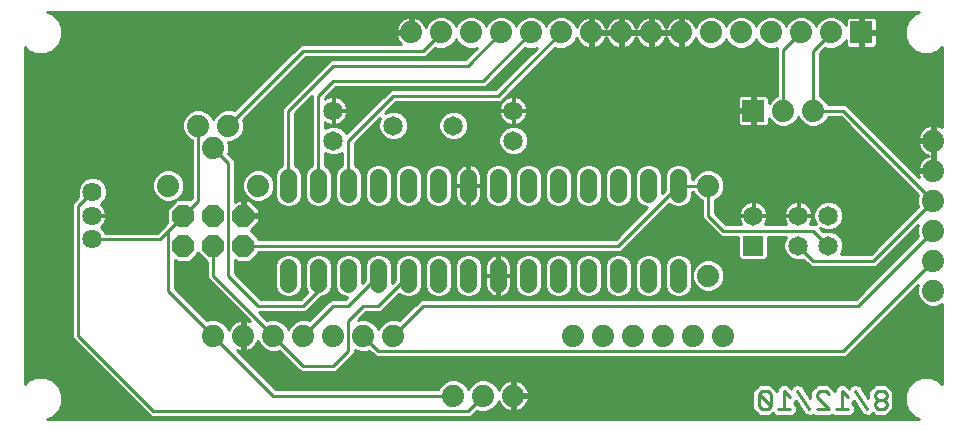
<source format=gbl>
G75*
G70*
%OFA0B0*%
%FSLAX24Y24*%
%IPPOS*%
%LPD*%
%AMOC8*
5,1,8,0,0,1.08239X$1,22.5*
%
%ADD10C,0.0110*%
%ADD11C,0.0560*%
%ADD12C,0.0640*%
%ADD13C,0.0740*%
%ADD14OC8,0.0740*%
%ADD15C,0.0650*%
%ADD16R,0.0650X0.0650*%
%ADD17R,0.0740X0.0740*%
%ADD18C,0.0100*%
D10*
X025087Y005159D02*
X025186Y005060D01*
X025383Y005060D01*
X025481Y005159D01*
X025087Y005552D01*
X025087Y005159D01*
X025481Y005159D02*
X025481Y005552D01*
X025383Y005651D01*
X025186Y005651D01*
X025087Y005552D01*
X025929Y005651D02*
X026126Y005454D01*
X025929Y005651D02*
X025929Y005060D01*
X026126Y005060D02*
X025732Y005060D01*
X026376Y005651D02*
X026770Y005060D01*
X027021Y005060D02*
X027415Y005060D01*
X027021Y005454D01*
X027021Y005552D01*
X027119Y005651D01*
X027316Y005651D01*
X027415Y005552D01*
X027862Y005651D02*
X027862Y005060D01*
X028059Y005060D02*
X027665Y005060D01*
X028310Y005651D02*
X028704Y005060D01*
X028954Y005159D02*
X029053Y005060D01*
X029250Y005060D01*
X029348Y005159D01*
X029348Y005257D01*
X029250Y005355D01*
X029053Y005355D01*
X028954Y005257D01*
X028954Y005159D01*
X029053Y005355D02*
X028954Y005454D01*
X028954Y005552D01*
X029053Y005651D01*
X029250Y005651D01*
X029348Y005552D01*
X029348Y005454D01*
X029250Y005355D01*
X028059Y005454D02*
X027862Y005651D01*
D11*
X022403Y009225D02*
X022403Y009785D01*
X021403Y009785D02*
X021403Y009225D01*
X020403Y009225D02*
X020403Y009785D01*
X019403Y009785D02*
X019403Y009225D01*
X018403Y009225D02*
X018403Y009785D01*
X017403Y009785D02*
X017403Y009225D01*
X016403Y009225D02*
X016403Y009785D01*
X015403Y009785D02*
X015403Y009225D01*
X014403Y009225D02*
X014403Y009785D01*
X013403Y009785D02*
X013403Y009225D01*
X012403Y009225D02*
X012403Y009785D01*
X011403Y009785D02*
X011403Y009225D01*
X010403Y009225D02*
X010403Y009785D01*
X009403Y009785D02*
X009403Y009225D01*
X009403Y012225D02*
X009403Y012785D01*
X010403Y012785D02*
X010403Y012225D01*
X011403Y012225D02*
X011403Y012785D01*
X012403Y012785D02*
X012403Y012225D01*
X013403Y012225D02*
X013403Y012785D01*
X014403Y012785D02*
X014403Y012225D01*
X015403Y012225D02*
X015403Y012785D01*
X016403Y012785D02*
X016403Y012225D01*
X017403Y012225D02*
X017403Y012785D01*
X018403Y012785D02*
X018403Y012225D01*
X019403Y012225D02*
X019403Y012785D01*
X020403Y012785D02*
X020403Y012225D01*
X021403Y012225D02*
X021403Y012785D01*
X022403Y012785D02*
X022403Y012225D01*
D12*
X002872Y012293D03*
X002872Y011505D03*
X002872Y010718D03*
D13*
X005403Y012505D03*
X006903Y013755D03*
X006403Y014505D03*
X007403Y014505D03*
X008403Y012505D03*
X007903Y007505D03*
X006903Y007505D03*
X008903Y007505D03*
X009903Y007505D03*
X010903Y007505D03*
X011903Y007505D03*
X012903Y007505D03*
X014903Y005505D03*
X015903Y005505D03*
X016903Y005505D03*
X018903Y007505D03*
X019903Y007505D03*
X020903Y007505D03*
X021903Y007505D03*
X022903Y007505D03*
X023903Y007505D03*
X023403Y009505D03*
X023403Y012505D03*
X025903Y014999D03*
X026903Y014999D03*
X030903Y014005D03*
X030903Y013005D03*
X030903Y012005D03*
X030903Y011005D03*
X030903Y010005D03*
X030903Y009005D03*
X027502Y017608D03*
X026502Y017608D03*
X025502Y017608D03*
X024502Y017608D03*
X023502Y017608D03*
X022502Y017608D03*
X021502Y017608D03*
X020502Y017608D03*
X019502Y017608D03*
X018502Y017608D03*
X017502Y017608D03*
X016502Y017608D03*
X015502Y017608D03*
X014502Y017608D03*
X013502Y017608D03*
D14*
X007903Y011505D03*
X006903Y011505D03*
X005903Y011505D03*
X005903Y010505D03*
X006903Y010505D03*
X007903Y010505D03*
D15*
X010903Y014005D03*
X012903Y014505D03*
X010903Y015005D03*
X014903Y014505D03*
X016903Y014005D03*
X016903Y015005D03*
X024903Y011505D03*
X026403Y011505D03*
X027403Y011505D03*
X027403Y010505D03*
X026403Y010505D03*
D16*
X024903Y010505D03*
D17*
X024903Y014999D03*
X028502Y017608D03*
D18*
X001548Y004791D02*
X001364Y004715D01*
X030443Y004715D01*
X030258Y004791D01*
X030056Y004994D01*
X029946Y005259D01*
X029946Y005546D01*
X030056Y005811D01*
X030258Y006014D01*
X030523Y006124D01*
X030810Y006124D01*
X031075Y006014D01*
X031193Y005896D01*
X031193Y008541D01*
X031011Y008465D01*
X030796Y008465D01*
X030597Y008547D01*
X030445Y008699D01*
X030363Y008898D01*
X030363Y009113D01*
X030393Y009184D01*
X027994Y006785D01*
X027812Y006785D01*
X012312Y006785D01*
X012183Y006914D01*
X012096Y007001D01*
X012011Y006965D01*
X011796Y006965D01*
X011623Y007037D01*
X011623Y006914D01*
X011123Y006414D01*
X010994Y006285D01*
X009994Y006285D01*
X009812Y006285D01*
X009096Y007001D01*
X009011Y006965D01*
X008796Y006965D01*
X008597Y007047D01*
X008445Y007199D01*
X008392Y007327D01*
X008344Y007211D01*
X008198Y007064D01*
X008007Y006985D01*
X007953Y006985D01*
X007953Y007455D01*
X007853Y007455D01*
X007853Y006985D01*
X007800Y006985D01*
X007688Y007032D01*
X008994Y005725D01*
X014410Y005725D01*
X014445Y005811D01*
X014597Y005963D01*
X014796Y006045D01*
X015011Y006045D01*
X015209Y005963D01*
X015361Y005811D01*
X015403Y005709D01*
X015445Y005811D01*
X015597Y005963D01*
X015796Y006045D01*
X016011Y006045D01*
X016209Y005963D01*
X016361Y005811D01*
X016414Y005683D01*
X016462Y005800D01*
X016609Y005946D01*
X016800Y006025D01*
X016853Y006025D01*
X016853Y005555D01*
X016953Y005555D01*
X017423Y005555D01*
X017423Y005609D01*
X017344Y005800D01*
X017198Y005946D01*
X017007Y006025D01*
X016953Y006025D01*
X016953Y005555D01*
X016953Y005455D01*
X016953Y004985D01*
X017007Y004985D01*
X017198Y005064D01*
X017344Y005211D01*
X017423Y005402D01*
X017423Y005455D01*
X016953Y005455D01*
X016853Y005455D01*
X016853Y004985D01*
X016800Y004985D01*
X016609Y005064D01*
X016462Y005211D01*
X016414Y005327D01*
X016361Y005199D01*
X016209Y005047D01*
X016011Y004965D01*
X015796Y004965D01*
X015710Y005001D01*
X015623Y004914D01*
X015494Y004785D01*
X004994Y004785D01*
X004812Y004785D01*
X002312Y007285D01*
X002183Y007414D01*
X002183Y011733D01*
X002183Y011915D01*
X002406Y012138D01*
X002382Y012195D01*
X002382Y012390D01*
X002456Y012570D01*
X002594Y012708D01*
X002774Y012783D01*
X002969Y012783D01*
X003149Y012708D01*
X003287Y012570D01*
X003362Y012390D01*
X003362Y012195D01*
X003287Y012015D01*
X003157Y011885D01*
X003270Y011771D01*
X003342Y011599D01*
X003342Y011524D01*
X002891Y011524D01*
X002891Y011486D01*
X003342Y011486D01*
X003342Y011412D01*
X003270Y011239D01*
X003157Y011126D01*
X003287Y010995D01*
X003311Y010938D01*
X005025Y010938D01*
X005183Y011096D01*
X005312Y011225D01*
X005312Y011225D01*
X005366Y011279D01*
X005363Y011282D01*
X005363Y011729D01*
X005663Y012028D01*
X005511Y011965D01*
X005296Y011965D01*
X005097Y012047D01*
X004945Y012199D01*
X004863Y012398D01*
X004863Y012613D01*
X004945Y012811D01*
X005097Y012963D01*
X005296Y013045D01*
X005511Y013045D01*
X005709Y012963D01*
X005861Y012811D01*
X005943Y012613D01*
X005943Y012398D01*
X005861Y012199D01*
X005709Y012047D01*
X005704Y012045D01*
X006127Y012045D01*
X006129Y012043D01*
X006183Y012096D01*
X006183Y014012D01*
X006097Y014047D01*
X005945Y014199D01*
X005863Y014398D01*
X005863Y014613D01*
X005945Y014811D01*
X006097Y014963D01*
X006296Y015045D01*
X006511Y015045D01*
X006709Y014963D01*
X006861Y014811D01*
X006903Y014709D01*
X006945Y014811D01*
X007097Y014963D01*
X007296Y015045D01*
X007511Y015045D01*
X007596Y015010D01*
X009812Y017225D01*
X009994Y017225D01*
X013149Y017225D01*
X013061Y017313D01*
X012982Y017504D01*
X012982Y017558D01*
X013451Y017558D01*
X013451Y017657D01*
X012982Y017657D01*
X012982Y017711D01*
X013061Y017902D01*
X013207Y018048D01*
X013398Y018128D01*
X013452Y018128D01*
X013452Y017658D01*
X013551Y017658D01*
X013551Y018128D01*
X013605Y018128D01*
X013796Y018048D01*
X013942Y017902D01*
X013991Y017785D01*
X014044Y017913D01*
X014196Y018065D01*
X014394Y018148D01*
X014609Y018148D01*
X014807Y018065D01*
X014959Y017913D01*
X015002Y017811D01*
X015044Y017913D01*
X015196Y018065D01*
X015394Y018148D01*
X015609Y018148D01*
X015807Y018065D01*
X015959Y017913D01*
X016002Y017811D01*
X016044Y017913D01*
X016196Y018065D01*
X016394Y018148D01*
X016609Y018148D01*
X016807Y018065D01*
X016959Y017913D01*
X017002Y017811D01*
X017044Y017913D01*
X017196Y018065D01*
X017394Y018148D01*
X017609Y018148D01*
X017807Y018065D01*
X017959Y017913D01*
X018002Y017811D01*
X018044Y017913D01*
X018196Y018065D01*
X018394Y018148D01*
X018609Y018148D01*
X018807Y018065D01*
X018959Y017913D01*
X019012Y017785D01*
X019061Y017902D01*
X019207Y018048D01*
X019398Y018128D01*
X019452Y018128D01*
X019452Y017658D01*
X019551Y017658D01*
X019551Y018128D01*
X019605Y018128D01*
X019796Y018048D01*
X019942Y017902D01*
X020002Y017759D01*
X020061Y017902D01*
X020207Y018048D01*
X020398Y018128D01*
X020452Y018128D01*
X020452Y017658D01*
X020551Y017658D01*
X020551Y018128D01*
X020605Y018128D01*
X020796Y018048D01*
X020942Y017902D01*
X021002Y017759D01*
X021061Y017902D01*
X021207Y018048D01*
X021398Y018128D01*
X021452Y018128D01*
X021452Y017658D01*
X021551Y017658D01*
X021551Y018128D01*
X021605Y018128D01*
X021796Y018048D01*
X021942Y017902D01*
X022002Y017759D01*
X022061Y017902D01*
X022207Y018048D01*
X022398Y018128D01*
X022452Y018128D01*
X022452Y017658D01*
X022551Y017658D01*
X022551Y018128D01*
X022605Y018128D01*
X022796Y018048D01*
X022942Y017902D01*
X022991Y017785D01*
X023044Y017913D01*
X023196Y018065D01*
X023394Y018148D01*
X023609Y018148D01*
X023807Y018065D01*
X023959Y017913D01*
X024002Y017811D01*
X024044Y017913D01*
X024196Y018065D01*
X024394Y018148D01*
X024609Y018148D01*
X024807Y018065D01*
X024959Y017913D01*
X025002Y017811D01*
X025044Y017913D01*
X025196Y018065D01*
X025394Y018148D01*
X025609Y018148D01*
X025807Y018065D01*
X025959Y017913D01*
X026002Y017811D01*
X026044Y017913D01*
X026196Y018065D01*
X026394Y018148D01*
X026609Y018148D01*
X026807Y018065D01*
X026959Y017913D01*
X027002Y017811D01*
X027044Y017913D01*
X027196Y018065D01*
X027394Y018148D01*
X027609Y018148D01*
X027807Y018065D01*
X027959Y017913D01*
X027982Y017860D01*
X027982Y018040D01*
X028069Y018128D01*
X028452Y018128D01*
X028452Y017658D01*
X028551Y017658D01*
X028551Y018128D01*
X028934Y018128D01*
X029022Y018040D01*
X029022Y017657D01*
X028552Y017657D01*
X028552Y017558D01*
X029022Y017558D01*
X029022Y017175D01*
X028934Y017088D01*
X028551Y017088D01*
X028551Y017557D01*
X028452Y017557D01*
X028452Y017088D01*
X028069Y017088D01*
X027982Y017175D01*
X027982Y017355D01*
X027959Y017302D01*
X027807Y017150D01*
X027609Y017068D01*
X027394Y017068D01*
X027311Y017102D01*
X027123Y016914D01*
X027123Y015493D01*
X027209Y015457D01*
X027361Y015305D01*
X027396Y015219D01*
X027818Y015219D01*
X028000Y015219D01*
X030430Y012790D01*
X030383Y012902D01*
X030383Y012955D01*
X030853Y012955D01*
X030853Y013055D01*
X030383Y013055D01*
X030383Y013109D01*
X030462Y013300D01*
X030609Y013446D01*
X030751Y013505D01*
X030609Y013564D01*
X030462Y013711D01*
X030383Y013902D01*
X030383Y013955D01*
X030853Y013955D01*
X030953Y013955D01*
X030953Y013485D01*
X030953Y013055D01*
X030853Y013055D01*
X030853Y013485D01*
X030853Y013955D01*
X030853Y014055D01*
X030383Y014055D01*
X030383Y014109D01*
X030462Y014300D01*
X030609Y014446D01*
X030800Y014525D01*
X030853Y014525D01*
X030853Y014055D01*
X030953Y014055D01*
X030953Y014525D01*
X031007Y014525D01*
X031193Y014448D01*
X031193Y017114D01*
X031075Y016996D01*
X030810Y016886D01*
X030523Y016886D01*
X030258Y016996D01*
X030056Y017199D01*
X029946Y017464D01*
X029946Y017751D01*
X030056Y018016D01*
X030258Y018219D01*
X030443Y018295D01*
X001364Y018295D01*
X001548Y018219D01*
X001751Y018016D01*
X001861Y017751D01*
X001861Y017464D01*
X001751Y017199D01*
X001548Y016996D01*
X001283Y016886D01*
X000996Y016886D01*
X000731Y016996D01*
X000613Y017114D01*
X000613Y005896D01*
X000731Y006014D01*
X000996Y006124D01*
X001283Y006124D01*
X001548Y006014D01*
X001751Y005811D01*
X001861Y005546D01*
X001861Y005259D01*
X001751Y004994D01*
X001548Y004791D01*
X001557Y004801D02*
X004796Y004801D01*
X004698Y004899D02*
X001656Y004899D01*
X001752Y004998D02*
X004599Y004998D01*
X004501Y005096D02*
X001793Y005096D01*
X001834Y005195D02*
X004402Y005195D01*
X004304Y005294D02*
X001861Y005294D01*
X001861Y005392D02*
X004205Y005392D01*
X004107Y005491D02*
X001861Y005491D01*
X001843Y005589D02*
X004008Y005589D01*
X003909Y005688D02*
X001802Y005688D01*
X001761Y005786D02*
X003811Y005786D01*
X003712Y005885D02*
X001677Y005885D01*
X001579Y005983D02*
X003614Y005983D01*
X003515Y006082D02*
X001384Y006082D01*
X000894Y006082D02*
X000613Y006082D01*
X000613Y006180D02*
X003417Y006180D01*
X003318Y006279D02*
X000613Y006279D01*
X000613Y006378D02*
X003220Y006378D01*
X003121Y006476D02*
X000613Y006476D01*
X000613Y006575D02*
X003023Y006575D01*
X002924Y006673D02*
X000613Y006673D01*
X000613Y006772D02*
X002826Y006772D01*
X002727Y006870D02*
X000613Y006870D01*
X000613Y006969D02*
X002628Y006969D01*
X002530Y007067D02*
X000613Y007067D01*
X000613Y007166D02*
X002431Y007166D01*
X002333Y007264D02*
X000613Y007264D01*
X000613Y007363D02*
X002234Y007363D01*
X002183Y007461D02*
X000613Y007461D01*
X000613Y007560D02*
X002183Y007560D01*
X002183Y007659D02*
X000613Y007659D01*
X000613Y007757D02*
X002183Y007757D01*
X002183Y007856D02*
X000613Y007856D01*
X000613Y007954D02*
X002183Y007954D01*
X002183Y008053D02*
X000613Y008053D01*
X000613Y008151D02*
X002183Y008151D01*
X002183Y008250D02*
X000613Y008250D01*
X000613Y008348D02*
X002183Y008348D01*
X002183Y008447D02*
X000613Y008447D01*
X000613Y008545D02*
X002183Y008545D01*
X002183Y008644D02*
X000613Y008644D01*
X000613Y008743D02*
X002183Y008743D01*
X002183Y008841D02*
X000613Y008841D01*
X000613Y008940D02*
X002183Y008940D01*
X002183Y009038D02*
X000613Y009038D01*
X000613Y009137D02*
X002183Y009137D01*
X002183Y009235D02*
X000613Y009235D01*
X000613Y009334D02*
X002183Y009334D01*
X002183Y009432D02*
X000613Y009432D01*
X000613Y009531D02*
X002183Y009531D01*
X002183Y009629D02*
X000613Y009629D01*
X000613Y009728D02*
X002183Y009728D01*
X002183Y009827D02*
X000613Y009827D01*
X000613Y009925D02*
X002183Y009925D01*
X002183Y010024D02*
X000613Y010024D01*
X000613Y010122D02*
X002183Y010122D01*
X002183Y010221D02*
X000613Y010221D01*
X000613Y010319D02*
X002183Y010319D01*
X002183Y010418D02*
X000613Y010418D01*
X000613Y010516D02*
X002183Y010516D01*
X002183Y010615D02*
X000613Y010615D01*
X000613Y010713D02*
X002183Y010713D01*
X002183Y010812D02*
X000613Y010812D01*
X000613Y010911D02*
X002183Y010911D01*
X002183Y011009D02*
X000613Y011009D01*
X000613Y011108D02*
X002183Y011108D01*
X002183Y011206D02*
X000613Y011206D01*
X000613Y011305D02*
X002183Y011305D01*
X002183Y011403D02*
X000613Y011403D01*
X000613Y011502D02*
X002183Y011502D01*
X002183Y011600D02*
X000613Y011600D01*
X000613Y011699D02*
X002183Y011699D01*
X002183Y011797D02*
X000613Y011797D01*
X000613Y011896D02*
X002183Y011896D01*
X002262Y011994D02*
X000613Y011994D01*
X000613Y012093D02*
X002361Y012093D01*
X002383Y012192D02*
X000613Y012192D01*
X000613Y012290D02*
X002382Y012290D01*
X002382Y012389D02*
X000613Y012389D01*
X000613Y012487D02*
X002422Y012487D01*
X002472Y012586D02*
X000613Y012586D01*
X000613Y012684D02*
X002570Y012684D01*
X002872Y012293D02*
X002403Y011824D01*
X002403Y007505D01*
X004903Y005005D01*
X015403Y005005D01*
X015903Y005505D01*
X015435Y005786D02*
X015371Y005786D01*
X015287Y005885D02*
X015519Y005885D01*
X015646Y005983D02*
X015160Y005983D01*
X014646Y005983D02*
X008736Y005983D01*
X008835Y005885D02*
X014519Y005885D01*
X014435Y005786D02*
X008933Y005786D01*
X008903Y005505D02*
X006903Y007505D01*
X005403Y009005D01*
X005403Y011005D01*
X005116Y010718D01*
X002872Y010718D01*
X003273Y011009D02*
X005096Y011009D01*
X005194Y011108D02*
X003175Y011108D01*
X003237Y011206D02*
X005293Y011206D01*
X005363Y011305D02*
X003297Y011305D01*
X003338Y011403D02*
X005363Y011403D01*
X005363Y011502D02*
X002891Y011502D01*
X003300Y011699D02*
X005363Y011699D01*
X005363Y011600D02*
X003341Y011600D01*
X003244Y011797D02*
X005432Y011797D01*
X005530Y011896D02*
X003168Y011896D01*
X003266Y011994D02*
X005225Y011994D01*
X005052Y012093D02*
X003319Y012093D01*
X003360Y012192D02*
X004953Y012192D01*
X004908Y012290D02*
X003362Y012290D01*
X003362Y012389D02*
X004867Y012389D01*
X004863Y012487D02*
X003321Y012487D01*
X003271Y012586D02*
X004863Y012586D01*
X004893Y012684D02*
X003173Y012684D01*
X004934Y012783D02*
X000613Y012783D01*
X000613Y012881D02*
X005016Y012881D01*
X005138Y012980D02*
X000613Y012980D01*
X000613Y013078D02*
X006183Y013078D01*
X006183Y012980D02*
X005668Y012980D01*
X005791Y012881D02*
X006183Y012881D01*
X006183Y012783D02*
X005873Y012783D01*
X005913Y012684D02*
X006183Y012684D01*
X006183Y012586D02*
X005943Y012586D01*
X005943Y012487D02*
X006183Y012487D01*
X006183Y012389D02*
X005939Y012389D01*
X005899Y012290D02*
X006183Y012290D01*
X006183Y012192D02*
X005853Y012192D01*
X005755Y012093D02*
X006180Y012093D01*
X006403Y012005D02*
X006403Y014505D01*
X005920Y014261D02*
X000613Y014261D01*
X000613Y014360D02*
X005879Y014360D01*
X005863Y014458D02*
X000613Y014458D01*
X000613Y014557D02*
X005863Y014557D01*
X005881Y014655D02*
X000613Y014655D01*
X000613Y014754D02*
X005922Y014754D01*
X005987Y014852D02*
X000613Y014852D01*
X000613Y014951D02*
X006085Y014951D01*
X006721Y014951D02*
X007085Y014951D01*
X006987Y014852D02*
X006820Y014852D01*
X006885Y014754D02*
X006922Y014754D01*
X007403Y014505D02*
X009903Y017005D01*
X013903Y017005D01*
X014502Y017604D01*
X014502Y017608D01*
X015002Y017404D02*
X015044Y017302D01*
X015196Y017150D01*
X015394Y017068D01*
X015609Y017068D01*
X015680Y017097D01*
X015308Y016725D01*
X010812Y016725D01*
X010683Y016596D01*
X009183Y015096D01*
X009183Y014914D01*
X009183Y013181D01*
X009148Y013167D01*
X009022Y013040D01*
X008953Y012875D01*
X008953Y012136D01*
X009022Y011970D01*
X009148Y011844D01*
X009314Y011775D01*
X009493Y011775D01*
X009658Y011844D01*
X009785Y011970D01*
X009853Y012136D01*
X009853Y012875D01*
X009785Y013040D01*
X009658Y013167D01*
X009623Y013181D01*
X009623Y014914D01*
X010183Y015474D01*
X010183Y015414D01*
X010183Y013181D01*
X010148Y013167D01*
X010022Y013040D01*
X009953Y012875D01*
X009953Y012136D01*
X010022Y011970D01*
X010148Y011844D01*
X010314Y011775D01*
X010493Y011775D01*
X010658Y011844D01*
X010785Y011970D01*
X010853Y012136D01*
X010853Y012875D01*
X010785Y013040D01*
X010658Y013167D01*
X010623Y013181D01*
X010623Y013585D01*
X010805Y013510D01*
X011002Y013510D01*
X011183Y013585D01*
X011183Y013181D01*
X011148Y013167D01*
X011022Y013040D01*
X010953Y012875D01*
X010953Y012136D01*
X011022Y011970D01*
X011148Y011844D01*
X011314Y011775D01*
X011493Y011775D01*
X011658Y011844D01*
X011785Y011970D01*
X011853Y012136D01*
X011853Y012875D01*
X011785Y013040D01*
X011658Y013167D01*
X011623Y013181D01*
X011623Y013914D01*
X012476Y014767D01*
X012408Y014604D01*
X012408Y014407D01*
X012484Y014225D01*
X012623Y014086D01*
X012805Y014010D01*
X013002Y014010D01*
X013184Y014086D01*
X013323Y014225D01*
X013398Y014407D01*
X013398Y014604D01*
X013323Y014786D01*
X013184Y014925D01*
X013002Y015000D01*
X012805Y015000D01*
X012642Y014933D01*
X012994Y015285D01*
X016308Y015285D01*
X016490Y015285D01*
X018308Y017103D01*
X018394Y017068D01*
X018609Y017068D01*
X018807Y017150D01*
X018959Y017302D01*
X019012Y017430D01*
X019061Y017313D01*
X019207Y017167D01*
X019398Y017088D01*
X019452Y017088D01*
X019452Y017557D01*
X019551Y017557D01*
X019551Y017088D01*
X019605Y017088D01*
X019796Y017167D01*
X019942Y017313D01*
X020002Y017456D01*
X020061Y017313D01*
X020207Y017167D01*
X020398Y017088D01*
X020452Y017088D01*
X020452Y017557D01*
X020551Y017557D01*
X020551Y017088D01*
X020605Y017088D01*
X020796Y017167D01*
X020942Y017313D01*
X021002Y017456D01*
X021061Y017313D01*
X021207Y017167D01*
X021398Y017088D01*
X021452Y017088D01*
X021452Y017557D01*
X021551Y017557D01*
X021551Y017088D01*
X021605Y017088D01*
X021796Y017167D01*
X021942Y017313D01*
X022002Y017456D01*
X022061Y017313D01*
X022207Y017167D01*
X022398Y017088D01*
X022452Y017088D01*
X022452Y017557D01*
X022551Y017557D01*
X022551Y017088D01*
X022605Y017088D01*
X022796Y017167D01*
X022942Y017313D01*
X022991Y017430D01*
X023044Y017302D01*
X023196Y017150D01*
X023394Y017068D01*
X023609Y017068D01*
X023807Y017150D01*
X023959Y017302D01*
X024002Y017404D01*
X024044Y017302D01*
X024196Y017150D01*
X024394Y017068D01*
X024609Y017068D01*
X024807Y017150D01*
X024959Y017302D01*
X025002Y017404D01*
X025044Y017302D01*
X025196Y017150D01*
X025394Y017068D01*
X025609Y017068D01*
X025683Y017098D01*
X025683Y016918D01*
X025683Y015493D01*
X025597Y015457D01*
X025445Y015305D01*
X025423Y015251D01*
X025423Y015431D01*
X025335Y015519D01*
X024953Y015519D01*
X024953Y015049D01*
X024853Y015049D01*
X024853Y014949D01*
X024953Y014949D01*
X024953Y014479D01*
X025335Y014479D01*
X025423Y014567D01*
X025423Y014747D01*
X025445Y014693D01*
X025597Y014541D01*
X025796Y014459D01*
X026011Y014459D01*
X026209Y014541D01*
X026361Y014693D01*
X026403Y014795D01*
X026445Y014693D01*
X026597Y014541D01*
X026796Y014459D01*
X027011Y014459D01*
X027209Y014541D01*
X027361Y014693D01*
X027396Y014779D01*
X027818Y014779D01*
X030399Y012199D01*
X030363Y012113D01*
X030363Y011898D01*
X030399Y011812D01*
X028812Y010225D01*
X027823Y010225D01*
X027898Y010407D01*
X027898Y010604D01*
X027823Y010786D01*
X027684Y010925D01*
X027502Y011000D01*
X027305Y011000D01*
X027244Y010975D01*
X027142Y011078D01*
X027305Y011010D01*
X027502Y011010D01*
X027684Y011086D01*
X027823Y011225D01*
X027898Y011407D01*
X027898Y011604D01*
X027823Y011786D01*
X027684Y011925D01*
X027502Y012000D01*
X027305Y012000D01*
X027123Y011925D01*
X026984Y011786D01*
X026908Y011604D01*
X026908Y011407D01*
X026983Y011225D01*
X026795Y011225D01*
X026806Y011236D01*
X026878Y011411D01*
X026878Y011486D01*
X026422Y011486D01*
X026422Y011524D01*
X026878Y011524D01*
X026878Y011600D01*
X026908Y011600D01*
X026878Y011600D02*
X026806Y011774D01*
X026672Y011908D01*
X026498Y011980D01*
X026422Y011980D01*
X026422Y011524D01*
X026384Y011524D01*
X026384Y011486D01*
X025928Y011486D01*
X025928Y011411D01*
X026000Y011236D01*
X026011Y011225D01*
X025295Y011225D01*
X025306Y011236D01*
X025378Y011411D01*
X025378Y011486D01*
X024922Y011486D01*
X024922Y011524D01*
X025378Y011524D01*
X025378Y011600D01*
X025928Y011600D01*
X025928Y011524D01*
X026384Y011524D01*
X026384Y011980D01*
X026309Y011980D01*
X026134Y011908D01*
X026000Y011774D01*
X025928Y011600D01*
X025969Y011699D02*
X025337Y011699D01*
X025306Y011774D02*
X025172Y011908D01*
X024998Y011980D01*
X024922Y011980D01*
X024922Y011524D01*
X024884Y011524D01*
X024884Y011486D01*
X024428Y011486D01*
X024428Y011411D01*
X024500Y011236D01*
X024511Y011225D01*
X023994Y011225D01*
X023623Y011596D01*
X023623Y012012D01*
X023709Y012047D01*
X023861Y012199D01*
X023943Y012398D01*
X023943Y012613D01*
X023861Y012811D01*
X023709Y012963D01*
X023511Y013045D01*
X023296Y013045D01*
X023097Y012963D01*
X022945Y012811D01*
X022910Y012725D01*
X022853Y012725D01*
X022853Y012875D01*
X022785Y013040D01*
X022658Y013167D01*
X022493Y013235D01*
X022314Y013235D01*
X022148Y013167D01*
X022022Y013040D01*
X021953Y012875D01*
X021953Y012366D01*
X021853Y012266D01*
X021853Y012875D01*
X021785Y013040D01*
X021658Y013167D01*
X021493Y013235D01*
X021314Y013235D01*
X021148Y013167D01*
X021022Y013040D01*
X020953Y012875D01*
X020953Y012136D01*
X021022Y011970D01*
X021148Y011844D01*
X021314Y011775D01*
X021362Y011775D01*
X020312Y010725D01*
X008443Y010725D01*
X008443Y010729D01*
X008153Y011019D01*
X008423Y011290D01*
X008423Y011455D01*
X007953Y011455D01*
X007953Y011555D01*
X008423Y011555D01*
X008423Y011721D01*
X008119Y012025D01*
X007953Y012025D01*
X007953Y011555D01*
X007853Y011555D01*
X007853Y012025D01*
X007688Y012025D01*
X007623Y011960D01*
X007623Y013164D01*
X007623Y013346D01*
X007408Y013562D01*
X007443Y013648D01*
X007443Y013863D01*
X007401Y013965D01*
X007511Y013965D01*
X009183Y013965D01*
X009183Y013867D02*
X007441Y013867D01*
X007443Y013768D02*
X009183Y013768D01*
X009183Y013670D02*
X007443Y013670D01*
X007411Y013571D02*
X009183Y013571D01*
X009183Y013473D02*
X007497Y013473D01*
X007595Y013374D02*
X009183Y013374D01*
X009183Y013276D02*
X007623Y013276D01*
X007623Y013177D02*
X009173Y013177D01*
X009060Y013078D02*
X007623Y013078D01*
X007623Y012980D02*
X008138Y012980D01*
X008097Y012963D02*
X007945Y012811D01*
X007863Y012613D01*
X007863Y012398D01*
X007945Y012199D01*
X008097Y012047D01*
X008296Y011965D01*
X008511Y011965D01*
X008709Y012047D01*
X008861Y012199D01*
X008943Y012398D01*
X008943Y012613D01*
X008861Y012811D01*
X008709Y012963D01*
X008511Y013045D01*
X008296Y013045D01*
X008097Y012963D01*
X008016Y012881D02*
X007623Y012881D01*
X007623Y012783D02*
X007934Y012783D01*
X007893Y012684D02*
X007623Y012684D01*
X007623Y012586D02*
X007863Y012586D01*
X007863Y012487D02*
X007623Y012487D01*
X007623Y012389D02*
X007867Y012389D01*
X007908Y012290D02*
X007623Y012290D01*
X007623Y012192D02*
X007953Y012192D01*
X008052Y012093D02*
X007623Y012093D01*
X007623Y011994D02*
X007657Y011994D01*
X007853Y011994D02*
X007953Y011994D01*
X007953Y011896D02*
X007853Y011896D01*
X007853Y011797D02*
X007953Y011797D01*
X007953Y011699D02*
X007853Y011699D01*
X007853Y011600D02*
X007953Y011600D01*
X007953Y011502D02*
X021089Y011502D01*
X021187Y011600D02*
X008423Y011600D01*
X008423Y011699D02*
X021286Y011699D01*
X021260Y011797D02*
X020546Y011797D01*
X020493Y011775D02*
X020658Y011844D01*
X020785Y011970D01*
X020853Y012136D01*
X020853Y012875D01*
X020785Y013040D01*
X020658Y013167D01*
X020493Y013235D01*
X020314Y013235D01*
X020148Y013167D01*
X020022Y013040D01*
X019953Y012875D01*
X019953Y012136D01*
X020022Y011970D01*
X020148Y011844D01*
X020314Y011775D01*
X020493Y011775D01*
X020260Y011797D02*
X019546Y011797D01*
X019493Y011775D02*
X019658Y011844D01*
X019785Y011970D01*
X019853Y012136D01*
X019853Y012875D01*
X019785Y013040D01*
X019658Y013167D01*
X019493Y013235D01*
X019314Y013235D01*
X019148Y013167D01*
X019022Y013040D01*
X018953Y012875D01*
X018953Y012136D01*
X019022Y011970D01*
X019148Y011844D01*
X019314Y011775D01*
X019493Y011775D01*
X019260Y011797D02*
X018546Y011797D01*
X018493Y011775D02*
X018658Y011844D01*
X018785Y011970D01*
X018853Y012136D01*
X018853Y012875D01*
X018785Y013040D01*
X018658Y013167D01*
X018493Y013235D01*
X018314Y013235D01*
X018148Y013167D01*
X018022Y013040D01*
X017953Y012875D01*
X017953Y012136D01*
X018022Y011970D01*
X018148Y011844D01*
X018314Y011775D01*
X018493Y011775D01*
X018260Y011797D02*
X017546Y011797D01*
X017493Y011775D02*
X017658Y011844D01*
X017785Y011970D01*
X017853Y012136D01*
X017853Y012875D01*
X017785Y013040D01*
X017658Y013167D01*
X017493Y013235D01*
X017314Y013235D01*
X017148Y013167D01*
X017022Y013040D01*
X016953Y012875D01*
X016953Y012136D01*
X017022Y011970D01*
X017148Y011844D01*
X017314Y011775D01*
X017493Y011775D01*
X017260Y011797D02*
X016546Y011797D01*
X016493Y011775D02*
X016658Y011844D01*
X016785Y011970D01*
X016853Y012136D01*
X016853Y012875D01*
X016785Y013040D01*
X016658Y013167D01*
X016493Y013235D01*
X016314Y013235D01*
X016148Y013167D01*
X016022Y013040D01*
X015953Y012875D01*
X015953Y012136D01*
X016022Y011970D01*
X016148Y011844D01*
X016314Y011775D01*
X016493Y011775D01*
X016260Y011797D02*
X015494Y011797D01*
X015489Y011795D02*
X015647Y011861D01*
X015768Y011982D01*
X015833Y012140D01*
X015833Y012475D01*
X015433Y012475D01*
X015433Y011795D01*
X015489Y011795D01*
X015433Y011797D02*
X015373Y011797D01*
X015373Y011795D02*
X015373Y012475D01*
X015433Y012475D01*
X015433Y012535D01*
X015373Y012535D01*
X015373Y012475D01*
X014973Y012475D01*
X014973Y012140D01*
X015039Y011982D01*
X015160Y011861D01*
X015318Y011795D01*
X015373Y011795D01*
X015312Y011797D02*
X014546Y011797D01*
X014493Y011775D02*
X014658Y011844D01*
X014785Y011970D01*
X014853Y012136D01*
X014853Y012875D01*
X014785Y013040D01*
X014658Y013167D01*
X014493Y013235D01*
X014314Y013235D01*
X014148Y013167D01*
X014022Y013040D01*
X013953Y012875D01*
X013953Y012136D01*
X014022Y011970D01*
X014148Y011844D01*
X014314Y011775D01*
X014493Y011775D01*
X014260Y011797D02*
X013546Y011797D01*
X013493Y011775D02*
X013658Y011844D01*
X013785Y011970D01*
X013853Y012136D01*
X013853Y012875D01*
X013785Y013040D01*
X013658Y013167D01*
X013493Y013235D01*
X013314Y013235D01*
X013148Y013167D01*
X013022Y013040D01*
X012953Y012875D01*
X012953Y012136D01*
X013022Y011970D01*
X013148Y011844D01*
X013314Y011775D01*
X013493Y011775D01*
X013260Y011797D02*
X012546Y011797D01*
X012493Y011775D02*
X012658Y011844D01*
X012785Y011970D01*
X012853Y012136D01*
X012853Y012875D01*
X012785Y013040D01*
X012658Y013167D01*
X012493Y013235D01*
X012314Y013235D01*
X012148Y013167D01*
X012022Y013040D01*
X011953Y012875D01*
X011953Y012136D01*
X012022Y011970D01*
X012148Y011844D01*
X012314Y011775D01*
X012493Y011775D01*
X012260Y011797D02*
X011546Y011797D01*
X011710Y011896D02*
X012096Y011896D01*
X012012Y011994D02*
X011795Y011994D01*
X011835Y012093D02*
X011971Y012093D01*
X011953Y012192D02*
X011853Y012192D01*
X011853Y012290D02*
X011953Y012290D01*
X011953Y012389D02*
X011853Y012389D01*
X011853Y012487D02*
X011953Y012487D01*
X011953Y012586D02*
X011853Y012586D01*
X011853Y012684D02*
X011953Y012684D01*
X011953Y012783D02*
X011853Y012783D01*
X011850Y012881D02*
X011956Y012881D01*
X011997Y012980D02*
X011810Y012980D01*
X011746Y013078D02*
X012060Y013078D01*
X012173Y013177D02*
X011633Y013177D01*
X011623Y013276D02*
X029322Y013276D01*
X029223Y013374D02*
X011623Y013374D01*
X011623Y013473D02*
X029125Y013473D01*
X029026Y013571D02*
X017149Y013571D01*
X017184Y013586D02*
X017323Y013725D01*
X017398Y013907D01*
X017398Y014104D01*
X017323Y014286D01*
X017184Y014425D01*
X017002Y014500D01*
X016805Y014500D01*
X016623Y014425D01*
X016484Y014286D01*
X016408Y014104D01*
X016408Y013907D01*
X016484Y013725D01*
X016623Y013586D01*
X016805Y013510D01*
X017002Y013510D01*
X017184Y013586D01*
X017268Y013670D02*
X028927Y013670D01*
X028829Y013768D02*
X017341Y013768D01*
X017382Y013867D02*
X028730Y013867D01*
X028632Y013965D02*
X017398Y013965D01*
X017398Y014064D02*
X028533Y014064D01*
X028435Y014162D02*
X017374Y014162D01*
X017333Y014261D02*
X028336Y014261D01*
X028238Y014360D02*
X017249Y014360D01*
X017103Y014458D02*
X028139Y014458D01*
X028041Y014557D02*
X027224Y014557D01*
X027323Y014655D02*
X027942Y014655D01*
X027844Y014754D02*
X027386Y014754D01*
X026903Y014999D02*
X027909Y014999D01*
X030903Y012005D01*
X028903Y010005D01*
X026903Y010005D01*
X026403Y010505D01*
X025944Y010319D02*
X025398Y010319D01*
X025398Y010221D02*
X025988Y010221D01*
X025984Y010225D02*
X026123Y010086D01*
X026305Y010010D01*
X026502Y010010D01*
X026562Y010035D01*
X026683Y009914D01*
X026812Y009785D01*
X028812Y009785D01*
X028994Y009785D01*
X030393Y011184D01*
X030363Y011113D01*
X030363Y010898D01*
X030399Y010812D01*
X028312Y008725D01*
X013812Y008725D01*
X013683Y008596D01*
X013096Y008010D01*
X013011Y008045D01*
X012796Y008045D01*
X012597Y007963D01*
X012445Y007811D01*
X012403Y007709D01*
X012361Y007811D01*
X012209Y007963D01*
X012011Y008045D01*
X011796Y008045D01*
X011725Y008016D01*
X011994Y008285D01*
X012494Y008285D01*
X012623Y008414D01*
X013100Y008891D01*
X013148Y008844D01*
X013314Y008775D01*
X013493Y008775D01*
X013658Y008844D01*
X013785Y008970D01*
X013853Y009136D01*
X013853Y009875D01*
X013785Y010040D01*
X013658Y010167D01*
X013493Y010235D01*
X013314Y010235D01*
X013148Y010167D01*
X013022Y010040D01*
X012953Y009875D01*
X012953Y009366D01*
X012853Y009266D01*
X012853Y009875D01*
X012785Y010040D01*
X012658Y010167D01*
X012493Y010235D01*
X012314Y010235D01*
X012148Y010167D01*
X012022Y010040D01*
X011953Y009875D01*
X011953Y009366D01*
X011853Y009266D01*
X011853Y009875D01*
X011785Y010040D01*
X011658Y010167D01*
X011493Y010235D01*
X011314Y010235D01*
X011148Y010167D01*
X011022Y010040D01*
X010953Y009875D01*
X010953Y009136D01*
X011022Y008970D01*
X011148Y008844D01*
X011314Y008775D01*
X011362Y008775D01*
X011312Y008725D01*
X010994Y008725D01*
X010812Y008725D01*
X010096Y008010D01*
X010011Y008045D01*
X009796Y008045D01*
X009597Y007963D01*
X009445Y007811D01*
X009403Y007709D01*
X009361Y007811D01*
X009209Y007963D01*
X009011Y008045D01*
X008796Y008045D01*
X008710Y008010D01*
X008434Y008285D01*
X008494Y008285D01*
X009994Y008285D01*
X010123Y008414D01*
X010484Y008775D01*
X010493Y008775D01*
X010658Y008844D01*
X010785Y008970D01*
X010853Y009136D01*
X010853Y009875D01*
X010785Y010040D01*
X010658Y010167D01*
X010493Y010235D01*
X010314Y010235D01*
X010148Y010167D01*
X010022Y010040D01*
X009953Y009875D01*
X009953Y009136D01*
X010022Y008970D01*
X010039Y008953D01*
X009812Y008725D01*
X008494Y008725D01*
X007623Y009596D01*
X007623Y010022D01*
X007679Y009965D01*
X008127Y009965D01*
X008443Y010282D01*
X008443Y010285D01*
X020494Y010285D01*
X020623Y010414D01*
X022101Y011891D01*
X022148Y011844D01*
X022314Y011775D01*
X022493Y011775D01*
X022658Y011844D01*
X022785Y011970D01*
X022853Y012136D01*
X022853Y012285D01*
X022910Y012285D01*
X022945Y012199D01*
X023097Y012047D01*
X023183Y012012D01*
X023183Y011414D01*
X023312Y011285D01*
X023812Y010785D01*
X023994Y010785D01*
X024408Y010785D01*
X024408Y010110D01*
X024508Y010010D01*
X025299Y010010D01*
X025398Y010110D01*
X025398Y010785D01*
X025983Y010785D01*
X025908Y010604D01*
X025908Y010407D01*
X025984Y010225D01*
X026086Y010122D02*
X025398Y010122D01*
X025312Y010024D02*
X026272Y010024D01*
X026534Y010024D02*
X026574Y010024D01*
X026672Y009925D02*
X023747Y009925D01*
X023709Y009963D02*
X023861Y009811D01*
X023943Y009613D01*
X023943Y009398D01*
X023861Y009199D01*
X023709Y009047D01*
X023511Y008965D01*
X023296Y008965D01*
X023097Y009047D01*
X022945Y009199D01*
X022863Y009398D01*
X022863Y009613D01*
X022945Y009811D01*
X023097Y009963D01*
X023296Y010045D01*
X023511Y010045D01*
X023709Y009963D01*
X023563Y010024D02*
X024494Y010024D01*
X024408Y010122D02*
X022703Y010122D01*
X022658Y010167D02*
X022493Y010235D01*
X022314Y010235D01*
X022148Y010167D01*
X022022Y010040D01*
X021953Y009875D01*
X021953Y009136D01*
X022022Y008970D01*
X022148Y008844D01*
X022314Y008775D01*
X022493Y008775D01*
X022658Y008844D01*
X022785Y008970D01*
X022853Y009136D01*
X022853Y009875D01*
X022785Y010040D01*
X022658Y010167D01*
X022528Y010221D02*
X024408Y010221D01*
X024408Y010319D02*
X020528Y010319D01*
X020493Y010235D02*
X020314Y010235D01*
X020148Y010167D01*
X020022Y010040D01*
X019953Y009875D01*
X019953Y009136D01*
X020022Y008970D01*
X020148Y008844D01*
X020314Y008775D01*
X020493Y008775D01*
X020658Y008844D01*
X020785Y008970D01*
X020853Y009136D01*
X020853Y009875D01*
X020785Y010040D01*
X020658Y010167D01*
X020493Y010235D01*
X020528Y010221D02*
X021279Y010221D01*
X021314Y010235D02*
X021148Y010167D01*
X021022Y010040D01*
X020953Y009875D01*
X020953Y009136D01*
X021022Y008970D01*
X021148Y008844D01*
X021314Y008775D01*
X021493Y008775D01*
X021658Y008844D01*
X021785Y008970D01*
X021853Y009136D01*
X021853Y009875D01*
X021785Y010040D01*
X021658Y010167D01*
X021493Y010235D01*
X021314Y010235D01*
X021528Y010221D02*
X022279Y010221D01*
X022104Y010122D02*
X021703Y010122D01*
X021791Y010024D02*
X022015Y010024D01*
X021974Y009925D02*
X021832Y009925D01*
X021853Y009827D02*
X021953Y009827D01*
X021953Y009728D02*
X021853Y009728D01*
X021853Y009629D02*
X021953Y009629D01*
X021953Y009531D02*
X021853Y009531D01*
X021853Y009432D02*
X021953Y009432D01*
X021953Y009334D02*
X021853Y009334D01*
X021853Y009235D02*
X021953Y009235D01*
X021953Y009137D02*
X021853Y009137D01*
X021813Y009038D02*
X021994Y009038D01*
X022052Y008940D02*
X021754Y008940D01*
X021652Y008841D02*
X022154Y008841D01*
X022652Y008841D02*
X028428Y008841D01*
X028329Y008743D02*
X012952Y008743D01*
X013050Y008841D02*
X013154Y008841D01*
X012853Y008644D02*
X013731Y008644D01*
X013632Y008545D02*
X012754Y008545D01*
X012656Y008447D02*
X013534Y008447D01*
X013435Y008348D02*
X012557Y008348D01*
X012403Y008505D02*
X011903Y008505D01*
X011403Y008005D01*
X011403Y007005D01*
X010903Y006505D01*
X009903Y006505D01*
X008903Y007505D01*
X006903Y009505D01*
X006903Y010505D01*
X006523Y010122D02*
X006284Y010122D01*
X006382Y010221D02*
X006424Y010221D01*
X006403Y010242D02*
X006679Y009965D01*
X006683Y009965D01*
X006683Y009414D01*
X006812Y009285D01*
X008118Y007979D01*
X008007Y008025D01*
X007953Y008025D01*
X007953Y007555D01*
X007853Y007555D01*
X007853Y008025D01*
X007800Y008025D01*
X007609Y007946D01*
X007462Y007800D01*
X007414Y007683D01*
X007361Y007811D01*
X007209Y007963D01*
X007011Y008045D01*
X006796Y008045D01*
X006710Y008010D01*
X005623Y009096D01*
X005623Y010022D01*
X005679Y009965D01*
X006127Y009965D01*
X006403Y010242D01*
X006185Y010024D02*
X006621Y010024D01*
X006683Y009925D02*
X005623Y009925D01*
X005623Y009827D02*
X006683Y009827D01*
X006683Y009728D02*
X005623Y009728D01*
X005623Y009629D02*
X006683Y009629D01*
X006683Y009531D02*
X005623Y009531D01*
X005623Y009432D02*
X006683Y009432D01*
X006763Y009334D02*
X005623Y009334D01*
X005623Y009235D02*
X006862Y009235D01*
X006960Y009137D02*
X005623Y009137D01*
X005681Y009038D02*
X007059Y009038D01*
X007158Y008940D02*
X005780Y008940D01*
X005878Y008841D02*
X007256Y008841D01*
X007355Y008743D02*
X005977Y008743D01*
X006075Y008644D02*
X007453Y008644D01*
X007552Y008545D02*
X006174Y008545D01*
X006272Y008447D02*
X007650Y008447D01*
X007749Y008348D02*
X006371Y008348D01*
X006470Y008250D02*
X007847Y008250D01*
X007946Y008151D02*
X006568Y008151D01*
X006667Y008053D02*
X008044Y008053D01*
X007953Y007954D02*
X007853Y007954D01*
X007853Y007856D02*
X007953Y007856D01*
X007953Y007757D02*
X007853Y007757D01*
X007853Y007659D02*
X007953Y007659D01*
X007953Y007560D02*
X007853Y007560D01*
X007853Y007363D02*
X007953Y007363D01*
X007953Y007264D02*
X007853Y007264D01*
X007853Y007166D02*
X007953Y007166D01*
X007953Y007067D02*
X007853Y007067D01*
X007751Y006969D02*
X008787Y006969D01*
X008577Y007067D02*
X008201Y007067D01*
X008299Y007166D02*
X008479Y007166D01*
X008418Y007264D02*
X008366Y007264D01*
X009019Y006969D02*
X009128Y006969D01*
X009227Y006870D02*
X007849Y006870D01*
X007948Y006772D02*
X009326Y006772D01*
X009424Y006673D02*
X008046Y006673D01*
X008145Y006575D02*
X009523Y006575D01*
X009621Y006476D02*
X008243Y006476D01*
X008342Y006378D02*
X009720Y006378D01*
X008638Y006082D02*
X030422Y006082D01*
X030228Y005983D02*
X017108Y005983D01*
X016953Y005983D02*
X016853Y005983D01*
X016853Y005885D02*
X016953Y005885D01*
X016953Y005786D02*
X016853Y005786D01*
X016853Y005688D02*
X016953Y005688D01*
X016953Y005589D02*
X016853Y005589D01*
X016953Y005491D02*
X024862Y005491D01*
X024862Y005459D02*
X024862Y005459D01*
X024862Y005252D01*
X024862Y005065D01*
X024940Y004988D01*
X024994Y004934D01*
X025015Y004913D01*
X025093Y004835D01*
X025289Y004835D01*
X025476Y004835D01*
X025557Y004917D01*
X025639Y004835D01*
X026219Y004835D01*
X026350Y004967D01*
X026350Y005153D01*
X026247Y005257D01*
X026320Y005330D01*
X026635Y004858D01*
X026817Y004821D01*
X026892Y004871D01*
X026928Y004835D01*
X027321Y004835D01*
X027508Y004835D01*
X027540Y004867D01*
X027572Y004835D01*
X028152Y004835D01*
X028284Y004967D01*
X028284Y005153D01*
X028180Y005257D01*
X028253Y005330D01*
X028568Y004858D01*
X028751Y004821D01*
X028884Y004910D01*
X028960Y004835D01*
X029157Y004835D01*
X029343Y004835D01*
X029441Y004934D01*
X029573Y005065D01*
X029573Y005164D01*
X029573Y005350D01*
X029568Y005355D01*
X029573Y005361D01*
X029573Y005645D01*
X029441Y005777D01*
X029343Y005876D01*
X029146Y005876D01*
X028960Y005876D01*
X028960Y005876D01*
X028884Y005800D01*
X028861Y005777D01*
X028805Y005721D01*
X028729Y005646D01*
X028729Y005645D01*
X028729Y005547D01*
X028729Y005427D01*
X028445Y005853D01*
X028263Y005890D01*
X028108Y005786D01*
X028045Y005786D01*
X028087Y005744D02*
X027955Y005876D01*
X027769Y005876D01*
X027637Y005744D01*
X027637Y005648D01*
X027409Y005876D01*
X027223Y005876D01*
X027026Y005876D01*
X026948Y005798D01*
X026928Y005777D01*
X026928Y005777D01*
X026874Y005723D01*
X026796Y005646D01*
X026796Y005459D01*
X026796Y005427D01*
X026512Y005853D01*
X026329Y005890D01*
X026174Y005786D01*
X026164Y005734D01*
X026154Y005744D01*
X026022Y005876D01*
X025835Y005876D01*
X025704Y005744D01*
X025704Y005648D01*
X025608Y005744D01*
X025476Y005876D01*
X025279Y005876D01*
X025093Y005876D01*
X025093Y005876D01*
X025017Y005800D01*
X024994Y005777D01*
X024974Y005757D01*
X024862Y005646D01*
X024862Y005459D01*
X024862Y005392D02*
X017419Y005392D01*
X017378Y005294D02*
X024862Y005294D01*
X024862Y005195D02*
X017328Y005195D01*
X017230Y005096D02*
X024862Y005096D01*
X024930Y004998D02*
X017037Y004998D01*
X016953Y004998D02*
X016853Y004998D01*
X016769Y004998D02*
X016090Y004998D01*
X016258Y005096D02*
X016576Y005096D01*
X016478Y005195D02*
X016357Y005195D01*
X016400Y005294D02*
X016428Y005294D01*
X016853Y005294D02*
X016953Y005294D01*
X016953Y005392D02*
X016853Y005392D01*
X016853Y005195D02*
X016953Y005195D01*
X016953Y005096D02*
X016853Y005096D01*
X017423Y005589D02*
X024862Y005589D01*
X024905Y005688D02*
X017390Y005688D01*
X017350Y005786D02*
X025003Y005786D01*
X024994Y005777D02*
X024994Y005777D01*
X025565Y005786D02*
X025746Y005786D01*
X025704Y005688D02*
X025664Y005688D01*
X026111Y005786D02*
X026174Y005786D01*
X026322Y005885D02*
X017259Y005885D01*
X016699Y005983D02*
X016160Y005983D01*
X016287Y005885D02*
X016547Y005885D01*
X016457Y005786D02*
X016371Y005786D01*
X016412Y005688D02*
X016416Y005688D01*
X015717Y004998D02*
X015707Y004998D01*
X015608Y004899D02*
X025028Y004899D01*
X024994Y004934D02*
X024994Y004934D01*
X025540Y004899D02*
X025574Y004899D01*
X026283Y004899D02*
X026607Y004899D01*
X026541Y004998D02*
X026350Y004998D01*
X026350Y005096D02*
X026475Y005096D01*
X026410Y005195D02*
X026309Y005195D01*
X026283Y005294D02*
X026344Y005294D01*
X026688Y005589D02*
X026796Y005589D01*
X026796Y005491D02*
X026753Y005491D01*
X026838Y005688D02*
X026622Y005688D01*
X026556Y005786D02*
X026937Y005786D01*
X027499Y005786D02*
X027680Y005786D01*
X027637Y005688D02*
X027597Y005688D01*
X028087Y005744D02*
X028097Y005734D01*
X028108Y005786D01*
X028256Y005885D02*
X026353Y005885D01*
X028286Y005885D02*
X030129Y005885D01*
X030045Y005786D02*
X029432Y005786D01*
X029441Y005777D02*
X029441Y005777D01*
X029531Y005688D02*
X030004Y005688D01*
X029964Y005589D02*
X029573Y005589D01*
X029573Y005491D02*
X029946Y005491D01*
X029946Y005392D02*
X029573Y005392D01*
X029573Y005350D02*
X029573Y005350D01*
X029573Y005294D02*
X029946Y005294D01*
X029972Y005195D02*
X029573Y005195D01*
X029573Y005096D02*
X030013Y005096D01*
X030054Y004998D02*
X029506Y004998D01*
X029407Y004899D02*
X030150Y004899D01*
X030249Y004801D02*
X015510Y004801D01*
X014903Y005505D02*
X008903Y005505D01*
X008539Y006180D02*
X031193Y006180D01*
X031193Y006082D02*
X030912Y006082D01*
X031106Y005983D02*
X031193Y005983D01*
X031193Y006279D02*
X008440Y006279D01*
X011087Y006378D02*
X031193Y006378D01*
X031193Y006476D02*
X011185Y006476D01*
X011284Y006575D02*
X031193Y006575D01*
X031193Y006673D02*
X011382Y006673D01*
X011481Y006772D02*
X031193Y006772D01*
X031193Y006870D02*
X028079Y006870D01*
X028178Y006969D02*
X031193Y006969D01*
X031193Y007067D02*
X028276Y007067D01*
X028375Y007166D02*
X031193Y007166D01*
X031193Y007264D02*
X028473Y007264D01*
X028572Y007363D02*
X031193Y007363D01*
X031193Y007461D02*
X028671Y007461D01*
X028769Y007560D02*
X031193Y007560D01*
X031193Y007659D02*
X028868Y007659D01*
X028966Y007757D02*
X031193Y007757D01*
X031193Y007856D02*
X029065Y007856D01*
X029163Y007954D02*
X031193Y007954D01*
X031193Y008053D02*
X029262Y008053D01*
X029360Y008151D02*
X031193Y008151D01*
X031193Y008250D02*
X029459Y008250D01*
X029557Y008348D02*
X031193Y008348D01*
X031193Y008447D02*
X029656Y008447D01*
X029755Y008545D02*
X030602Y008545D01*
X030501Y008644D02*
X029853Y008644D01*
X029952Y008743D02*
X030427Y008743D01*
X030387Y008841D02*
X030050Y008841D01*
X030149Y008940D02*
X030363Y008940D01*
X030363Y009038D02*
X030247Y009038D01*
X030346Y009137D02*
X030373Y009137D01*
X029315Y009728D02*
X023895Y009728D01*
X023936Y009629D02*
X029216Y009629D01*
X029118Y009531D02*
X023943Y009531D01*
X023943Y009432D02*
X029019Y009432D01*
X028921Y009334D02*
X023917Y009334D01*
X023876Y009235D02*
X028822Y009235D01*
X028724Y009137D02*
X023798Y009137D01*
X023687Y009038D02*
X028625Y009038D01*
X028526Y008940D02*
X022754Y008940D01*
X022813Y009038D02*
X023119Y009038D01*
X023008Y009137D02*
X022853Y009137D01*
X022853Y009235D02*
X022930Y009235D01*
X022890Y009334D02*
X022853Y009334D01*
X022853Y009432D02*
X022863Y009432D01*
X022853Y009531D02*
X022863Y009531D01*
X022853Y009629D02*
X022870Y009629D01*
X022853Y009728D02*
X022911Y009728D01*
X022961Y009827D02*
X022853Y009827D01*
X022832Y009925D02*
X023059Y009925D01*
X023244Y010024D02*
X022791Y010024D01*
X023845Y009827D02*
X026771Y009827D01*
X025908Y010418D02*
X025398Y010418D01*
X025398Y010516D02*
X025908Y010516D01*
X025913Y010615D02*
X025398Y010615D01*
X025398Y010713D02*
X025954Y010713D01*
X026903Y011005D02*
X023903Y011005D01*
X023403Y011505D01*
X023403Y012505D01*
X022403Y012505D01*
X020403Y010505D01*
X007903Y010505D01*
X008360Y010812D02*
X020399Y010812D01*
X020497Y010911D02*
X008261Y010911D01*
X008163Y011009D02*
X020596Y011009D01*
X020694Y011108D02*
X008241Y011108D01*
X008339Y011206D02*
X020793Y011206D01*
X020892Y011305D02*
X008423Y011305D01*
X008423Y011403D02*
X020990Y011403D01*
X021317Y011108D02*
X023490Y011108D01*
X023391Y011206D02*
X021415Y011206D01*
X021514Y011305D02*
X023293Y011305D01*
X023194Y011403D02*
X021612Y011403D01*
X021711Y011502D02*
X023183Y011502D01*
X023183Y011600D02*
X021809Y011600D01*
X021908Y011699D02*
X023183Y011699D01*
X023183Y011797D02*
X022546Y011797D01*
X022710Y011896D02*
X023183Y011896D01*
X023183Y011994D02*
X022795Y011994D01*
X022835Y012093D02*
X023052Y012093D01*
X022953Y012192D02*
X022853Y012192D01*
X023623Y011994D02*
X027291Y011994D01*
X027094Y011896D02*
X026684Y011896D01*
X026783Y011797D02*
X026995Y011797D01*
X026948Y011699D02*
X026837Y011699D01*
X026908Y011502D02*
X026422Y011502D01*
X026384Y011502D02*
X024922Y011502D01*
X024884Y011502D02*
X023718Y011502D01*
X023623Y011600D02*
X024428Y011600D01*
X024428Y011524D01*
X024884Y011524D01*
X024884Y011980D01*
X024809Y011980D01*
X024634Y011908D01*
X024500Y011774D01*
X024428Y011600D01*
X024469Y011699D02*
X023623Y011699D01*
X023623Y011797D02*
X024524Y011797D01*
X024622Y011896D02*
X023623Y011896D01*
X023755Y012093D02*
X030363Y012093D01*
X030363Y011994D02*
X027515Y011994D01*
X027712Y011896D02*
X030364Y011896D01*
X030384Y011797D02*
X027811Y011797D01*
X027859Y011699D02*
X030286Y011699D01*
X030187Y011600D02*
X027898Y011600D01*
X027898Y011502D02*
X030089Y011502D01*
X029990Y011403D02*
X027897Y011403D01*
X027856Y011305D02*
X029892Y011305D01*
X029793Y011206D02*
X027804Y011206D01*
X027706Y011108D02*
X029694Y011108D01*
X029596Y011009D02*
X027210Y011009D01*
X026903Y011005D02*
X027403Y010505D01*
X027862Y010319D02*
X028906Y010319D01*
X029005Y010418D02*
X027898Y010418D01*
X027898Y010516D02*
X029103Y010516D01*
X029202Y010615D02*
X027893Y010615D01*
X027853Y010713D02*
X029300Y010713D01*
X029399Y010812D02*
X027796Y010812D01*
X027698Y010911D02*
X029497Y010911D01*
X029922Y010713D02*
X030300Y010713D01*
X030202Y010615D02*
X029824Y010615D01*
X029725Y010516D02*
X030103Y010516D01*
X030005Y010418D02*
X029627Y010418D01*
X029528Y010319D02*
X029906Y010319D01*
X029808Y010221D02*
X029430Y010221D01*
X029331Y010122D02*
X029709Y010122D01*
X029610Y010024D02*
X029233Y010024D01*
X029134Y009925D02*
X029512Y009925D01*
X029413Y009827D02*
X029036Y009827D01*
X030903Y010005D02*
X027903Y007005D01*
X012403Y007005D01*
X011903Y007505D01*
X012316Y007856D02*
X012490Y007856D01*
X012423Y007757D02*
X012383Y007757D01*
X012218Y007954D02*
X012589Y007954D01*
X013140Y008053D02*
X011762Y008053D01*
X011860Y008151D02*
X013238Y008151D01*
X013337Y008250D02*
X011959Y008250D01*
X012403Y008505D02*
X013403Y009505D01*
X012953Y009531D02*
X012853Y009531D01*
X012853Y009629D02*
X012953Y009629D01*
X012953Y009728D02*
X012853Y009728D01*
X012853Y009827D02*
X012953Y009827D01*
X012974Y009925D02*
X012832Y009925D01*
X012791Y010024D02*
X013015Y010024D01*
X013104Y010122D02*
X012703Y010122D01*
X012528Y010221D02*
X013279Y010221D01*
X013528Y010221D02*
X014279Y010221D01*
X014314Y010235D02*
X014148Y010167D01*
X014022Y010040D01*
X013953Y009875D01*
X013953Y009136D01*
X014022Y008970D01*
X014148Y008844D01*
X014314Y008775D01*
X014493Y008775D01*
X014658Y008844D01*
X014785Y008970D01*
X014853Y009136D01*
X014853Y009875D01*
X014785Y010040D01*
X014658Y010167D01*
X014493Y010235D01*
X014314Y010235D01*
X014528Y010221D02*
X015279Y010221D01*
X015314Y010235D02*
X015148Y010167D01*
X015022Y010040D01*
X014953Y009875D01*
X014953Y009136D01*
X015022Y008970D01*
X015148Y008844D01*
X015314Y008775D01*
X015493Y008775D01*
X015658Y008844D01*
X015785Y008970D01*
X015853Y009136D01*
X015853Y009875D01*
X015785Y010040D01*
X015658Y010167D01*
X015493Y010235D01*
X015314Y010235D01*
X015528Y010221D02*
X017279Y010221D01*
X017314Y010235D02*
X017148Y010167D01*
X017022Y010040D01*
X016953Y009875D01*
X016953Y009136D01*
X017022Y008970D01*
X017148Y008844D01*
X017314Y008775D01*
X017493Y008775D01*
X017658Y008844D01*
X017785Y008970D01*
X017853Y009136D01*
X017853Y009875D01*
X017785Y010040D01*
X017658Y010167D01*
X017493Y010235D01*
X017314Y010235D01*
X017528Y010221D02*
X018279Y010221D01*
X018314Y010235D02*
X018148Y010167D01*
X018022Y010040D01*
X017953Y009875D01*
X017953Y009136D01*
X018022Y008970D01*
X018148Y008844D01*
X018314Y008775D01*
X018493Y008775D01*
X018658Y008844D01*
X018785Y008970D01*
X018853Y009136D01*
X018853Y009875D01*
X018785Y010040D01*
X018658Y010167D01*
X018493Y010235D01*
X018314Y010235D01*
X018528Y010221D02*
X019279Y010221D01*
X019314Y010235D02*
X019148Y010167D01*
X019022Y010040D01*
X018953Y009875D01*
X018953Y009136D01*
X019022Y008970D01*
X019148Y008844D01*
X019314Y008775D01*
X019493Y008775D01*
X019658Y008844D01*
X019785Y008970D01*
X019853Y009136D01*
X019853Y009875D01*
X019785Y010040D01*
X019658Y010167D01*
X019493Y010235D01*
X019314Y010235D01*
X019528Y010221D02*
X020279Y010221D01*
X020104Y010122D02*
X019703Y010122D01*
X019791Y010024D02*
X020015Y010024D01*
X019974Y009925D02*
X019832Y009925D01*
X019853Y009827D02*
X019953Y009827D01*
X019953Y009728D02*
X019853Y009728D01*
X019853Y009629D02*
X019953Y009629D01*
X019953Y009531D02*
X019853Y009531D01*
X019853Y009432D02*
X019953Y009432D01*
X019953Y009334D02*
X019853Y009334D01*
X019853Y009235D02*
X019953Y009235D01*
X019953Y009137D02*
X019853Y009137D01*
X019813Y009038D02*
X019994Y009038D01*
X020052Y008940D02*
X019754Y008940D01*
X019652Y008841D02*
X020154Y008841D01*
X020652Y008841D02*
X021154Y008841D01*
X021052Y008940D02*
X020754Y008940D01*
X020813Y009038D02*
X020994Y009038D01*
X020953Y009137D02*
X020853Y009137D01*
X020853Y009235D02*
X020953Y009235D01*
X020953Y009334D02*
X020853Y009334D01*
X020853Y009432D02*
X020953Y009432D01*
X020953Y009531D02*
X020853Y009531D01*
X020853Y009629D02*
X020953Y009629D01*
X020953Y009728D02*
X020853Y009728D01*
X020853Y009827D02*
X020953Y009827D01*
X020974Y009925D02*
X020832Y009925D01*
X020791Y010024D02*
X021015Y010024D01*
X021104Y010122D02*
X020703Y010122D01*
X020627Y010418D02*
X024408Y010418D01*
X024408Y010516D02*
X020725Y010516D01*
X020824Y010615D02*
X024408Y010615D01*
X024408Y010713D02*
X020922Y010713D01*
X021021Y010812D02*
X023785Y010812D01*
X023687Y010911D02*
X021120Y010911D01*
X021218Y011009D02*
X023588Y011009D01*
X023915Y011305D02*
X024472Y011305D01*
X024431Y011403D02*
X023816Y011403D01*
X024884Y011600D02*
X024922Y011600D01*
X024922Y011699D02*
X024884Y011699D01*
X024884Y011797D02*
X024922Y011797D01*
X024922Y011896D02*
X024884Y011896D01*
X025184Y011896D02*
X026122Y011896D01*
X026024Y011797D02*
X025283Y011797D01*
X025306Y011774D02*
X025378Y011600D01*
X025375Y011403D02*
X025931Y011403D01*
X025972Y011305D02*
X025334Y011305D01*
X026384Y011600D02*
X026422Y011600D01*
X026422Y011699D02*
X026384Y011699D01*
X026384Y011797D02*
X026422Y011797D01*
X026422Y011896D02*
X026384Y011896D01*
X026875Y011403D02*
X026910Y011403D01*
X026950Y011305D02*
X026834Y011305D01*
X023939Y012389D02*
X030209Y012389D01*
X030307Y012290D02*
X023899Y012290D01*
X023853Y012192D02*
X030396Y012192D01*
X030110Y012487D02*
X023943Y012487D01*
X023943Y012586D02*
X030011Y012586D01*
X029913Y012684D02*
X023913Y012684D01*
X023873Y012783D02*
X029814Y012783D01*
X029716Y012881D02*
X023791Y012881D01*
X023668Y012980D02*
X029617Y012980D01*
X029519Y013078D02*
X022746Y013078D01*
X022810Y012980D02*
X023138Y012980D01*
X023016Y012881D02*
X022850Y012881D01*
X022853Y012783D02*
X022934Y012783D01*
X022633Y013177D02*
X029420Y013177D01*
X029747Y013473D02*
X030673Y013473D01*
X030602Y013571D02*
X029648Y013571D01*
X029550Y013670D02*
X030503Y013670D01*
X030438Y013768D02*
X029451Y013768D01*
X029353Y013867D02*
X030398Y013867D01*
X030853Y013867D02*
X030953Y013867D01*
X030953Y013768D02*
X030853Y013768D01*
X030853Y013670D02*
X030953Y013670D01*
X030953Y013571D02*
X030853Y013571D01*
X030853Y013473D02*
X030953Y013473D01*
X030953Y013374D02*
X030853Y013374D01*
X030853Y013276D02*
X030953Y013276D01*
X030953Y013177D02*
X030853Y013177D01*
X030853Y013078D02*
X030953Y013078D01*
X030853Y012980D02*
X030239Y012980D01*
X030141Y013078D02*
X030383Y013078D01*
X030411Y013177D02*
X030042Y013177D01*
X029944Y013276D02*
X030452Y013276D01*
X030537Y013374D02*
X029845Y013374D01*
X030338Y012881D02*
X030392Y012881D01*
X030853Y013965D02*
X029254Y013965D01*
X029156Y014064D02*
X030383Y014064D01*
X030405Y014162D02*
X029057Y014162D01*
X028958Y014261D02*
X030446Y014261D01*
X030522Y014360D02*
X028860Y014360D01*
X028761Y014458D02*
X030638Y014458D01*
X030853Y014458D02*
X030953Y014458D01*
X030953Y014360D02*
X030853Y014360D01*
X030853Y014261D02*
X030953Y014261D01*
X030953Y014162D02*
X030853Y014162D01*
X030853Y014064D02*
X030953Y014064D01*
X031168Y014458D02*
X031193Y014458D01*
X031193Y014557D02*
X028663Y014557D01*
X028564Y014655D02*
X031193Y014655D01*
X031193Y014754D02*
X028466Y014754D01*
X028367Y014852D02*
X031193Y014852D01*
X031193Y014951D02*
X028269Y014951D01*
X028170Y015049D02*
X031193Y015049D01*
X031193Y015148D02*
X028072Y015148D01*
X027385Y015246D02*
X031193Y015246D01*
X031193Y015345D02*
X027321Y015345D01*
X027223Y015444D02*
X031193Y015444D01*
X031193Y015542D02*
X027123Y015542D01*
X027123Y015641D02*
X031193Y015641D01*
X031193Y015739D02*
X027123Y015739D01*
X027123Y015838D02*
X031193Y015838D01*
X031193Y015936D02*
X027123Y015936D01*
X027123Y016035D02*
X031193Y016035D01*
X031193Y016133D02*
X027123Y016133D01*
X027123Y016232D02*
X031193Y016232D01*
X031193Y016330D02*
X027123Y016330D01*
X027123Y016429D02*
X031193Y016429D01*
X031193Y016527D02*
X027123Y016527D01*
X027123Y016626D02*
X031193Y016626D01*
X031193Y016725D02*
X027123Y016725D01*
X027123Y016823D02*
X031193Y016823D01*
X031193Y016922D02*
X030896Y016922D01*
X031099Y017020D02*
X031193Y017020D01*
X030438Y016922D02*
X027131Y016922D01*
X027229Y017020D02*
X030234Y017020D01*
X030136Y017119D02*
X028965Y017119D01*
X029022Y017217D02*
X030048Y017217D01*
X030007Y017316D02*
X029022Y017316D01*
X029022Y017414D02*
X029966Y017414D01*
X029946Y017513D02*
X029022Y017513D01*
X029022Y017710D02*
X029946Y017710D01*
X029946Y017611D02*
X028552Y017611D01*
X028551Y017513D02*
X028452Y017513D01*
X028452Y017414D02*
X028551Y017414D01*
X028551Y017316D02*
X028452Y017316D01*
X028452Y017217D02*
X028551Y017217D01*
X028551Y017119D02*
X028452Y017119D01*
X028038Y017119D02*
X027733Y017119D01*
X027875Y017217D02*
X027982Y017217D01*
X027982Y017316D02*
X027965Y017316D01*
X027502Y017604D02*
X026903Y017005D01*
X026903Y014999D01*
X026420Y014754D02*
X026386Y014754D01*
X026323Y014655D02*
X026484Y014655D01*
X026582Y014557D02*
X026224Y014557D01*
X025582Y014557D02*
X025413Y014557D01*
X025423Y014655D02*
X025484Y014655D01*
X024953Y014655D02*
X024853Y014655D01*
X024853Y014557D02*
X024953Y014557D01*
X024853Y014479D02*
X024853Y014949D01*
X024383Y014949D01*
X024383Y014567D01*
X024471Y014479D01*
X024853Y014479D01*
X024853Y014754D02*
X024953Y014754D01*
X024953Y014852D02*
X024853Y014852D01*
X024853Y014951D02*
X017378Y014951D01*
X017378Y014986D02*
X016922Y014986D01*
X016922Y014530D01*
X016998Y014530D01*
X017172Y014603D01*
X017306Y014736D01*
X017378Y014911D01*
X017378Y014986D01*
X017378Y015024D02*
X016922Y015024D01*
X016922Y014986D01*
X016884Y014986D01*
X016884Y014530D01*
X016809Y014530D01*
X016634Y014603D01*
X016500Y014736D01*
X016428Y014911D01*
X016428Y014986D01*
X016884Y014986D01*
X016884Y015024D01*
X016428Y015024D01*
X016428Y015100D01*
X016500Y015274D01*
X016634Y015408D01*
X016809Y015480D01*
X016884Y015480D01*
X016884Y015024D01*
X016922Y015024D01*
X016922Y015480D01*
X016998Y015480D01*
X017172Y015408D01*
X017306Y015274D01*
X017378Y015100D01*
X017378Y015024D01*
X017378Y015049D02*
X024383Y015049D01*
X024853Y015049D01*
X024853Y015519D01*
X024471Y015519D01*
X024383Y015431D01*
X024383Y015049D01*
X024383Y015148D02*
X017358Y015148D01*
X017317Y015246D02*
X024383Y015246D01*
X024383Y015345D02*
X017235Y015345D01*
X017086Y015444D02*
X024395Y015444D01*
X024853Y015444D02*
X024953Y015444D01*
X024953Y015345D02*
X024853Y015345D01*
X024853Y015246D02*
X024953Y015246D01*
X024953Y015148D02*
X024853Y015148D01*
X024383Y014852D02*
X017354Y014852D01*
X017313Y014754D02*
X024383Y014754D01*
X024383Y014655D02*
X017225Y014655D01*
X017061Y014557D02*
X024394Y014557D01*
X025423Y015345D02*
X025485Y015345D01*
X025411Y015444D02*
X025584Y015444D01*
X025683Y015542D02*
X016747Y015542D01*
X016720Y015444D02*
X016649Y015444D01*
X016571Y015345D02*
X016550Y015345D01*
X016489Y015246D02*
X012955Y015246D01*
X012857Y015148D02*
X016448Y015148D01*
X016428Y015049D02*
X012758Y015049D01*
X012686Y014951D02*
X012660Y014951D01*
X012470Y014754D02*
X012463Y014754D01*
X012430Y014655D02*
X012364Y014655D01*
X012408Y014557D02*
X012266Y014557D01*
X012167Y014458D02*
X012408Y014458D01*
X012428Y014360D02*
X012069Y014360D01*
X011970Y014261D02*
X012469Y014261D01*
X012546Y014162D02*
X011871Y014162D01*
X011773Y014064D02*
X012675Y014064D01*
X013131Y014064D02*
X014675Y014064D01*
X014623Y014086D02*
X014805Y014010D01*
X015002Y014010D01*
X015184Y014086D01*
X015323Y014225D01*
X015398Y014407D01*
X015398Y014604D01*
X015323Y014786D01*
X015184Y014925D01*
X015002Y015000D01*
X014805Y015000D01*
X014623Y014925D01*
X014484Y014786D01*
X014408Y014604D01*
X014408Y014407D01*
X014484Y014225D01*
X014623Y014086D01*
X014546Y014162D02*
X013260Y014162D01*
X013338Y014261D02*
X014469Y014261D01*
X014428Y014360D02*
X013379Y014360D01*
X013398Y014458D02*
X014408Y014458D01*
X014408Y014557D02*
X013398Y014557D01*
X013377Y014655D02*
X014429Y014655D01*
X014470Y014754D02*
X013336Y014754D01*
X013256Y014852D02*
X014550Y014852D01*
X014686Y014951D02*
X013121Y014951D01*
X012432Y015345D02*
X011235Y015345D01*
X011172Y015408D02*
X011306Y015274D01*
X011378Y015100D01*
X011378Y015024D01*
X010922Y015024D01*
X010922Y014986D01*
X010922Y014530D01*
X010998Y014530D01*
X011172Y014603D01*
X011306Y014736D01*
X011378Y014911D01*
X011378Y014986D01*
X010922Y014986D01*
X010884Y014986D01*
X010884Y014530D01*
X010809Y014530D01*
X010634Y014603D01*
X010623Y014614D01*
X010623Y014425D01*
X010805Y014500D01*
X011002Y014500D01*
X011184Y014425D01*
X011323Y014286D01*
X011337Y014250D01*
X012683Y015596D01*
X012812Y015725D01*
X016308Y015725D01*
X017680Y017097D01*
X017609Y017068D01*
X017394Y017068D01*
X017308Y017103D01*
X015990Y015785D01*
X015808Y015785D01*
X010994Y015785D01*
X010623Y015414D01*
X010623Y015397D01*
X010634Y015408D01*
X010809Y015480D01*
X010884Y015480D01*
X010884Y015024D01*
X010922Y015024D01*
X010922Y015480D01*
X010998Y015480D01*
X011172Y015408D01*
X011086Y015444D02*
X012530Y015444D01*
X012629Y015542D02*
X010751Y015542D01*
X010720Y015444D02*
X010653Y015444D01*
X010884Y015444D02*
X010922Y015444D01*
X010922Y015345D02*
X010884Y015345D01*
X010884Y015246D02*
X010922Y015246D01*
X010922Y015148D02*
X010884Y015148D01*
X010884Y015049D02*
X010922Y015049D01*
X010922Y014951D02*
X010884Y014951D01*
X010884Y014852D02*
X010922Y014852D01*
X010922Y014754D02*
X010884Y014754D01*
X010884Y014655D02*
X010922Y014655D01*
X010922Y014557D02*
X010884Y014557D01*
X010745Y014557D02*
X010623Y014557D01*
X010623Y014458D02*
X010703Y014458D01*
X011061Y014557D02*
X011643Y014557D01*
X011545Y014458D02*
X011103Y014458D01*
X011249Y014360D02*
X011446Y014360D01*
X011348Y014261D02*
X011333Y014261D01*
X011403Y014005D02*
X012903Y015505D01*
X016399Y015505D01*
X018502Y017608D01*
X019003Y017809D02*
X019022Y017809D01*
X019066Y017907D02*
X018962Y017907D01*
X018867Y018006D02*
X019164Y018006D01*
X019342Y018104D02*
X018714Y018104D01*
X018289Y018104D02*
X017714Y018104D01*
X017867Y018006D02*
X018136Y018006D01*
X018041Y017907D02*
X017962Y017907D01*
X017289Y018104D02*
X016714Y018104D01*
X016867Y018006D02*
X017136Y018006D01*
X017041Y017907D02*
X016962Y017907D01*
X016502Y017608D02*
X015399Y016505D01*
X010903Y016505D01*
X009403Y015005D01*
X009403Y012505D01*
X008953Y012487D02*
X008943Y012487D01*
X008939Y012389D02*
X008953Y012389D01*
X008953Y012290D02*
X008899Y012290D01*
X008853Y012192D02*
X008953Y012192D01*
X008971Y012093D02*
X008755Y012093D01*
X008581Y011994D02*
X009012Y011994D01*
X009096Y011896D02*
X008248Y011896D01*
X008225Y011994D02*
X008149Y011994D01*
X008346Y011797D02*
X009260Y011797D01*
X009546Y011797D02*
X010260Y011797D01*
X010096Y011896D02*
X009710Y011896D01*
X009795Y011994D02*
X010012Y011994D01*
X009971Y012093D02*
X009835Y012093D01*
X009853Y012192D02*
X009953Y012192D01*
X009953Y012290D02*
X009853Y012290D01*
X009853Y012389D02*
X009953Y012389D01*
X009953Y012487D02*
X009853Y012487D01*
X009853Y012586D02*
X009953Y012586D01*
X009953Y012684D02*
X009853Y012684D01*
X009853Y012783D02*
X009953Y012783D01*
X009956Y012881D02*
X009850Y012881D01*
X009810Y012980D02*
X009997Y012980D01*
X010060Y013078D02*
X009746Y013078D01*
X009633Y013177D02*
X010173Y013177D01*
X010183Y013276D02*
X009623Y013276D01*
X009623Y013374D02*
X010183Y013374D01*
X010183Y013473D02*
X009623Y013473D01*
X009623Y013571D02*
X010183Y013571D01*
X010183Y013670D02*
X009623Y013670D01*
X009623Y013768D02*
X010183Y013768D01*
X010183Y013867D02*
X009623Y013867D01*
X009623Y013965D02*
X010183Y013965D01*
X010183Y014064D02*
X009623Y014064D01*
X009623Y014162D02*
X010183Y014162D01*
X010183Y014261D02*
X009623Y014261D01*
X009623Y014360D02*
X010183Y014360D01*
X010183Y014458D02*
X009623Y014458D01*
X009623Y014557D02*
X010183Y014557D01*
X010183Y014655D02*
X009623Y014655D01*
X009623Y014754D02*
X010183Y014754D01*
X010183Y014852D02*
X009623Y014852D01*
X009660Y014951D02*
X010183Y014951D01*
X010183Y015049D02*
X009758Y015049D01*
X009857Y015148D02*
X010183Y015148D01*
X010183Y015246D02*
X009955Y015246D01*
X010054Y015345D02*
X010183Y015345D01*
X010183Y015444D02*
X010153Y015444D01*
X010403Y015505D02*
X010903Y016005D01*
X015899Y016005D01*
X017502Y017608D01*
X017603Y017020D02*
X017225Y017020D01*
X017127Y016922D02*
X017505Y016922D01*
X017406Y016823D02*
X017028Y016823D01*
X016930Y016725D02*
X017307Y016725D01*
X017209Y016626D02*
X016831Y016626D01*
X016733Y016527D02*
X017110Y016527D01*
X017012Y016429D02*
X016634Y016429D01*
X016535Y016330D02*
X016913Y016330D01*
X016815Y016232D02*
X016437Y016232D01*
X016338Y016133D02*
X016716Y016133D01*
X016618Y016035D02*
X016240Y016035D01*
X016141Y015936D02*
X016519Y015936D01*
X016421Y015838D02*
X016043Y015838D01*
X016322Y015739D02*
X010948Y015739D01*
X010850Y015641D02*
X012727Y015641D01*
X012333Y015246D02*
X011317Y015246D01*
X011358Y015148D02*
X012235Y015148D01*
X012136Y015049D02*
X011378Y015049D01*
X011378Y014951D02*
X012038Y014951D01*
X011939Y014852D02*
X011354Y014852D01*
X011313Y014754D02*
X011841Y014754D01*
X011742Y014655D02*
X011225Y014655D01*
X011403Y014005D02*
X011403Y012505D01*
X010953Y012487D02*
X010853Y012487D01*
X010853Y012389D02*
X010953Y012389D01*
X010953Y012290D02*
X010853Y012290D01*
X010853Y012192D02*
X010953Y012192D01*
X010971Y012093D02*
X010835Y012093D01*
X010795Y011994D02*
X011012Y011994D01*
X011096Y011896D02*
X010710Y011896D01*
X010546Y011797D02*
X011260Y011797D01*
X012710Y011896D02*
X013096Y011896D01*
X013012Y011994D02*
X012795Y011994D01*
X012835Y012093D02*
X012971Y012093D01*
X012953Y012192D02*
X012853Y012192D01*
X012853Y012290D02*
X012953Y012290D01*
X012953Y012389D02*
X012853Y012389D01*
X012853Y012487D02*
X012953Y012487D01*
X012953Y012586D02*
X012853Y012586D01*
X012853Y012684D02*
X012953Y012684D01*
X012953Y012783D02*
X012853Y012783D01*
X012850Y012881D02*
X012956Y012881D01*
X012997Y012980D02*
X012810Y012980D01*
X012746Y013078D02*
X013060Y013078D01*
X013173Y013177D02*
X012633Y013177D01*
X013633Y013177D02*
X014173Y013177D01*
X014060Y013078D02*
X013746Y013078D01*
X013810Y012980D02*
X013997Y012980D01*
X013956Y012881D02*
X013850Y012881D01*
X013853Y012783D02*
X013953Y012783D01*
X013953Y012684D02*
X013853Y012684D01*
X013853Y012586D02*
X013953Y012586D01*
X013953Y012487D02*
X013853Y012487D01*
X013853Y012389D02*
X013953Y012389D01*
X013953Y012290D02*
X013853Y012290D01*
X013853Y012192D02*
X013953Y012192D01*
X013971Y012093D02*
X013835Y012093D01*
X013795Y011994D02*
X014012Y011994D01*
X014096Y011896D02*
X013710Y011896D01*
X014710Y011896D02*
X015124Y011896D01*
X015033Y011994D02*
X014795Y011994D01*
X014835Y012093D02*
X014992Y012093D01*
X014973Y012192D02*
X014853Y012192D01*
X014853Y012290D02*
X014973Y012290D01*
X014973Y012389D02*
X014853Y012389D01*
X014853Y012487D02*
X015373Y012487D01*
X015373Y012535D02*
X014973Y012535D01*
X014973Y012871D01*
X015039Y013029D01*
X015160Y013150D01*
X015318Y013215D01*
X015373Y013215D01*
X015373Y012535D01*
X015373Y012586D02*
X015433Y012586D01*
X015433Y012535D02*
X015433Y013215D01*
X015489Y013215D01*
X015647Y013150D01*
X015768Y013029D01*
X015833Y012871D01*
X015833Y012535D01*
X015433Y012535D01*
X015433Y012487D02*
X015953Y012487D01*
X015953Y012389D02*
X015833Y012389D01*
X015833Y012290D02*
X015953Y012290D01*
X015953Y012192D02*
X015833Y012192D01*
X015814Y012093D02*
X015971Y012093D01*
X016012Y011994D02*
X015773Y011994D01*
X015682Y011896D02*
X016096Y011896D01*
X016710Y011896D02*
X017096Y011896D01*
X017012Y011994D02*
X016795Y011994D01*
X016835Y012093D02*
X016971Y012093D01*
X016953Y012192D02*
X016853Y012192D01*
X016853Y012290D02*
X016953Y012290D01*
X016953Y012389D02*
X016853Y012389D01*
X016853Y012487D02*
X016953Y012487D01*
X016953Y012586D02*
X016853Y012586D01*
X016853Y012684D02*
X016953Y012684D01*
X016953Y012783D02*
X016853Y012783D01*
X016850Y012881D02*
X016956Y012881D01*
X016997Y012980D02*
X016810Y012980D01*
X016746Y013078D02*
X017060Y013078D01*
X017173Y013177D02*
X016633Y013177D01*
X016173Y013177D02*
X015581Y013177D01*
X015433Y013177D02*
X015373Y013177D01*
X015373Y013078D02*
X015433Y013078D01*
X015433Y012980D02*
X015373Y012980D01*
X015373Y012881D02*
X015433Y012881D01*
X015433Y012783D02*
X015373Y012783D01*
X015373Y012684D02*
X015433Y012684D01*
X015433Y012389D02*
X015373Y012389D01*
X015373Y012290D02*
X015433Y012290D01*
X015433Y012192D02*
X015373Y012192D01*
X015373Y012093D02*
X015433Y012093D01*
X015433Y011994D02*
X015373Y011994D01*
X015373Y011896D02*
X015433Y011896D01*
X015833Y012586D02*
X015953Y012586D01*
X015953Y012684D02*
X015833Y012684D01*
X015833Y012783D02*
X015953Y012783D01*
X015956Y012881D02*
X015829Y012881D01*
X015788Y012980D02*
X015997Y012980D01*
X016060Y013078D02*
X015718Y013078D01*
X015226Y013177D02*
X014633Y013177D01*
X014746Y013078D02*
X015088Y013078D01*
X015018Y012980D02*
X014810Y012980D01*
X014850Y012881D02*
X014978Y012881D01*
X014973Y012783D02*
X014853Y012783D01*
X014853Y012684D02*
X014973Y012684D01*
X014973Y012586D02*
X014853Y012586D01*
X016539Y013670D02*
X011623Y013670D01*
X011623Y013768D02*
X016465Y013768D01*
X016425Y013867D02*
X011623Y013867D01*
X011674Y013965D02*
X016408Y013965D01*
X016408Y014064D02*
X015131Y014064D01*
X015260Y014162D02*
X016433Y014162D01*
X016473Y014261D02*
X015338Y014261D01*
X015379Y014360D02*
X016557Y014360D01*
X016703Y014458D02*
X015398Y014458D01*
X015398Y014557D02*
X016745Y014557D01*
X016884Y014557D02*
X016922Y014557D01*
X016922Y014655D02*
X016884Y014655D01*
X016884Y014754D02*
X016922Y014754D01*
X016922Y014852D02*
X016884Y014852D01*
X016884Y014951D02*
X016922Y014951D01*
X016922Y015049D02*
X016884Y015049D01*
X016884Y015148D02*
X016922Y015148D01*
X016922Y015246D02*
X016884Y015246D01*
X016884Y015345D02*
X016922Y015345D01*
X016922Y015444D02*
X016884Y015444D01*
X016846Y015641D02*
X025683Y015641D01*
X025683Y015739D02*
X016944Y015739D01*
X017043Y015838D02*
X025683Y015838D01*
X025683Y015936D02*
X017141Y015936D01*
X017240Y016035D02*
X025683Y016035D01*
X025683Y016133D02*
X017338Y016133D01*
X017437Y016232D02*
X025683Y016232D01*
X025683Y016330D02*
X017535Y016330D01*
X017634Y016429D02*
X025683Y016429D01*
X025683Y016527D02*
X017733Y016527D01*
X017831Y016626D02*
X025683Y016626D01*
X025683Y016725D02*
X017930Y016725D01*
X018028Y016823D02*
X025683Y016823D01*
X025683Y016922D02*
X018127Y016922D01*
X018225Y017020D02*
X025683Y017020D01*
X025903Y017009D02*
X026502Y017608D01*
X026962Y017907D02*
X027041Y017907D01*
X027136Y018006D02*
X026867Y018006D01*
X026714Y018104D02*
X027289Y018104D01*
X027714Y018104D02*
X028046Y018104D01*
X027982Y018006D02*
X027867Y018006D01*
X027962Y017907D02*
X027982Y017907D01*
X028452Y017907D02*
X028551Y017907D01*
X028551Y017809D02*
X028452Y017809D01*
X028452Y017710D02*
X028551Y017710D01*
X029022Y017809D02*
X029970Y017809D01*
X030010Y017907D02*
X029022Y017907D01*
X029022Y018006D02*
X030051Y018006D01*
X030144Y018104D02*
X028957Y018104D01*
X028551Y018104D02*
X028452Y018104D01*
X028452Y018006D02*
X028551Y018006D01*
X027502Y017608D02*
X027502Y017604D01*
X026289Y018104D02*
X025714Y018104D01*
X025867Y018006D02*
X026136Y018006D01*
X026041Y017907D02*
X025962Y017907D01*
X025289Y018104D02*
X024714Y018104D01*
X024867Y018006D02*
X025136Y018006D01*
X025041Y017907D02*
X024962Y017907D01*
X024289Y018104D02*
X023714Y018104D01*
X023867Y018006D02*
X024136Y018006D01*
X024041Y017907D02*
X023962Y017907D01*
X023289Y018104D02*
X022661Y018104D01*
X022551Y018104D02*
X022452Y018104D01*
X022452Y018006D02*
X022551Y018006D01*
X022551Y017907D02*
X022452Y017907D01*
X022452Y017809D02*
X022551Y017809D01*
X022551Y017710D02*
X022452Y017710D01*
X022451Y017657D02*
X022451Y017558D01*
X022022Y017558D01*
X021552Y017558D01*
X021552Y017657D01*
X022022Y017657D01*
X022451Y017657D01*
X022451Y017611D02*
X021552Y017611D01*
X021551Y017513D02*
X021452Y017513D01*
X021451Y017558D02*
X020982Y017558D01*
X020552Y017558D01*
X020552Y017657D01*
X020982Y017657D01*
X021451Y017657D01*
X021451Y017558D01*
X021451Y017611D02*
X020552Y017611D01*
X020551Y017513D02*
X020452Y017513D01*
X020451Y017558D02*
X020022Y017558D01*
X019552Y017558D01*
X019552Y017657D01*
X020022Y017657D01*
X020451Y017657D01*
X020451Y017558D01*
X020451Y017611D02*
X019552Y017611D01*
X019551Y017513D02*
X019452Y017513D01*
X019452Y017414D02*
X019551Y017414D01*
X019551Y017316D02*
X019452Y017316D01*
X019452Y017217D02*
X019551Y017217D01*
X019551Y017119D02*
X019452Y017119D01*
X019323Y017119D02*
X018733Y017119D01*
X018875Y017217D02*
X019156Y017217D01*
X019060Y017316D02*
X018965Y017316D01*
X019006Y017414D02*
X019019Y017414D01*
X019680Y017119D02*
X020323Y017119D01*
X020452Y017119D02*
X020551Y017119D01*
X020551Y017217D02*
X020452Y017217D01*
X020452Y017316D02*
X020551Y017316D01*
X020551Y017414D02*
X020452Y017414D01*
X020156Y017217D02*
X019847Y017217D01*
X019944Y017316D02*
X020060Y017316D01*
X020019Y017414D02*
X019984Y017414D01*
X019551Y017710D02*
X019452Y017710D01*
X019452Y017809D02*
X019551Y017809D01*
X019551Y017907D02*
X019452Y017907D01*
X019452Y018006D02*
X019551Y018006D01*
X019551Y018104D02*
X019452Y018104D01*
X019661Y018104D02*
X020342Y018104D01*
X020452Y018104D02*
X020551Y018104D01*
X020551Y018006D02*
X020452Y018006D01*
X020452Y017907D02*
X020551Y017907D01*
X020551Y017809D02*
X020452Y017809D01*
X020452Y017710D02*
X020551Y017710D01*
X020937Y017907D02*
X021066Y017907D01*
X021022Y017809D02*
X020981Y017809D01*
X020839Y018006D02*
X021164Y018006D01*
X021342Y018104D02*
X020661Y018104D01*
X020164Y018006D02*
X019839Y018006D01*
X019937Y017907D02*
X020066Y017907D01*
X020022Y017809D02*
X019981Y017809D01*
X020984Y017414D02*
X021019Y017414D01*
X021060Y017316D02*
X020944Y017316D01*
X020847Y017217D02*
X021156Y017217D01*
X021323Y017119D02*
X020680Y017119D01*
X021452Y017119D02*
X021551Y017119D01*
X021551Y017217D02*
X021452Y017217D01*
X021452Y017316D02*
X021551Y017316D01*
X021551Y017414D02*
X021452Y017414D01*
X021680Y017119D02*
X022323Y017119D01*
X022452Y017119D02*
X022551Y017119D01*
X022551Y017217D02*
X022452Y017217D01*
X022452Y017316D02*
X022551Y017316D01*
X022551Y017414D02*
X022452Y017414D01*
X022452Y017513D02*
X022551Y017513D01*
X022944Y017316D02*
X023038Y017316D01*
X022997Y017414D02*
X022984Y017414D01*
X022847Y017217D02*
X023128Y017217D01*
X023271Y017119D02*
X022680Y017119D01*
X022156Y017217D02*
X021847Y017217D01*
X021944Y017316D02*
X022060Y017316D01*
X022019Y017414D02*
X021984Y017414D01*
X021551Y017710D02*
X021452Y017710D01*
X021452Y017809D02*
X021551Y017809D01*
X021551Y017907D02*
X021452Y017907D01*
X021452Y018006D02*
X021551Y018006D01*
X021551Y018104D02*
X021452Y018104D01*
X021661Y018104D02*
X022342Y018104D01*
X022164Y018006D02*
X021839Y018006D01*
X021937Y017907D02*
X022066Y017907D01*
X022022Y017809D02*
X021981Y017809D01*
X022839Y018006D02*
X023136Y018006D01*
X023041Y017907D02*
X022937Y017907D01*
X022981Y017809D02*
X023000Y017809D01*
X023965Y017316D02*
X024038Y017316D01*
X024128Y017217D02*
X023875Y017217D01*
X023733Y017119D02*
X024271Y017119D01*
X024733Y017119D02*
X025271Y017119D01*
X025128Y017217D02*
X024875Y017217D01*
X024965Y017316D02*
X025038Y017316D01*
X025903Y017009D02*
X025903Y014999D01*
X022173Y013177D02*
X021633Y013177D01*
X021746Y013078D02*
X022060Y013078D01*
X021997Y012980D02*
X021810Y012980D01*
X021850Y012881D02*
X021956Y012881D01*
X021953Y012783D02*
X021853Y012783D01*
X021853Y012684D02*
X021953Y012684D01*
X021953Y012586D02*
X021853Y012586D01*
X021853Y012487D02*
X021953Y012487D01*
X021953Y012389D02*
X021853Y012389D01*
X021853Y012290D02*
X021877Y012290D01*
X021096Y011896D02*
X020710Y011896D01*
X020795Y011994D02*
X021012Y011994D01*
X020971Y012093D02*
X020835Y012093D01*
X020853Y012192D02*
X020953Y012192D01*
X020953Y012290D02*
X020853Y012290D01*
X020853Y012389D02*
X020953Y012389D01*
X020953Y012487D02*
X020853Y012487D01*
X020853Y012586D02*
X020953Y012586D01*
X020953Y012684D02*
X020853Y012684D01*
X020853Y012783D02*
X020953Y012783D01*
X020956Y012881D02*
X020850Y012881D01*
X020810Y012980D02*
X020997Y012980D01*
X021060Y013078D02*
X020746Y013078D01*
X020633Y013177D02*
X021173Y013177D01*
X020173Y013177D02*
X019633Y013177D01*
X019746Y013078D02*
X020060Y013078D01*
X019997Y012980D02*
X019810Y012980D01*
X019850Y012881D02*
X019956Y012881D01*
X019953Y012783D02*
X019853Y012783D01*
X019853Y012684D02*
X019953Y012684D01*
X019953Y012586D02*
X019853Y012586D01*
X019853Y012487D02*
X019953Y012487D01*
X019953Y012389D02*
X019853Y012389D01*
X019853Y012290D02*
X019953Y012290D01*
X019953Y012192D02*
X019853Y012192D01*
X019835Y012093D02*
X019971Y012093D01*
X020012Y011994D02*
X019795Y011994D01*
X019710Y011896D02*
X020096Y011896D01*
X019096Y011896D02*
X018710Y011896D01*
X018795Y011994D02*
X019012Y011994D01*
X018971Y012093D02*
X018835Y012093D01*
X018853Y012192D02*
X018953Y012192D01*
X018953Y012290D02*
X018853Y012290D01*
X018853Y012389D02*
X018953Y012389D01*
X018953Y012487D02*
X018853Y012487D01*
X018853Y012586D02*
X018953Y012586D01*
X018953Y012684D02*
X018853Y012684D01*
X018853Y012783D02*
X018953Y012783D01*
X018956Y012881D02*
X018850Y012881D01*
X018810Y012980D02*
X018997Y012980D01*
X019060Y013078D02*
X018746Y013078D01*
X018633Y013177D02*
X019173Y013177D01*
X018173Y013177D02*
X017633Y013177D01*
X017746Y013078D02*
X018060Y013078D01*
X017997Y012980D02*
X017810Y012980D01*
X017850Y012881D02*
X017956Y012881D01*
X017953Y012783D02*
X017853Y012783D01*
X017853Y012684D02*
X017953Y012684D01*
X017953Y012586D02*
X017853Y012586D01*
X017853Y012487D02*
X017953Y012487D01*
X017953Y012389D02*
X017853Y012389D01*
X017853Y012290D02*
X017953Y012290D01*
X017953Y012192D02*
X017853Y012192D01*
X017835Y012093D02*
X017971Y012093D01*
X018012Y011994D02*
X017795Y011994D01*
X017710Y011896D02*
X018096Y011896D01*
X018104Y010122D02*
X017703Y010122D01*
X017791Y010024D02*
X018015Y010024D01*
X017974Y009925D02*
X017832Y009925D01*
X017853Y009827D02*
X017953Y009827D01*
X017953Y009728D02*
X017853Y009728D01*
X017853Y009629D02*
X017953Y009629D01*
X017953Y009531D02*
X017853Y009531D01*
X017853Y009432D02*
X017953Y009432D01*
X017953Y009334D02*
X017853Y009334D01*
X017853Y009235D02*
X017953Y009235D01*
X017953Y009137D02*
X017853Y009137D01*
X017813Y009038D02*
X017994Y009038D01*
X018052Y008940D02*
X017754Y008940D01*
X017652Y008841D02*
X018154Y008841D01*
X018652Y008841D02*
X019154Y008841D01*
X019052Y008940D02*
X018754Y008940D01*
X018813Y009038D02*
X018994Y009038D01*
X018953Y009137D02*
X018853Y009137D01*
X018853Y009235D02*
X018953Y009235D01*
X018953Y009334D02*
X018853Y009334D01*
X018853Y009432D02*
X018953Y009432D01*
X018953Y009531D02*
X018853Y009531D01*
X018853Y009629D02*
X018953Y009629D01*
X018953Y009728D02*
X018853Y009728D01*
X018853Y009827D02*
X018953Y009827D01*
X018974Y009925D02*
X018832Y009925D01*
X018791Y010024D02*
X019015Y010024D01*
X019104Y010122D02*
X018703Y010122D01*
X017104Y010122D02*
X016674Y010122D01*
X016647Y010150D02*
X016489Y010215D01*
X016433Y010215D01*
X016433Y009535D01*
X016373Y009535D01*
X016373Y009475D01*
X016433Y009475D01*
X016433Y008795D01*
X016489Y008795D01*
X016647Y008861D01*
X016768Y008982D01*
X016833Y009140D01*
X016833Y009475D01*
X016433Y009475D01*
X016433Y009535D01*
X016833Y009535D01*
X016833Y009871D01*
X016768Y010029D01*
X016647Y010150D01*
X016770Y010024D02*
X017015Y010024D01*
X016974Y009925D02*
X016811Y009925D01*
X016833Y009827D02*
X016953Y009827D01*
X016953Y009728D02*
X016833Y009728D01*
X016833Y009629D02*
X016953Y009629D01*
X016953Y009531D02*
X016433Y009531D01*
X016373Y009535D02*
X016373Y010215D01*
X016318Y010215D01*
X016160Y010150D01*
X016039Y010029D01*
X015973Y009871D01*
X015973Y009535D01*
X016373Y009535D01*
X016373Y009531D02*
X015853Y009531D01*
X015853Y009629D02*
X015973Y009629D01*
X015973Y009728D02*
X015853Y009728D01*
X015853Y009827D02*
X015973Y009827D01*
X015996Y009925D02*
X015832Y009925D01*
X015791Y010024D02*
X016037Y010024D01*
X016132Y010122D02*
X015703Y010122D01*
X015104Y010122D02*
X014703Y010122D01*
X014791Y010024D02*
X015015Y010024D01*
X014974Y009925D02*
X014832Y009925D01*
X014853Y009827D02*
X014953Y009827D01*
X014953Y009728D02*
X014853Y009728D01*
X014853Y009629D02*
X014953Y009629D01*
X014953Y009531D02*
X014853Y009531D01*
X014853Y009432D02*
X014953Y009432D01*
X014953Y009334D02*
X014853Y009334D01*
X014853Y009235D02*
X014953Y009235D01*
X014953Y009137D02*
X014853Y009137D01*
X014813Y009038D02*
X014994Y009038D01*
X015052Y008940D02*
X014754Y008940D01*
X014652Y008841D02*
X015154Y008841D01*
X015652Y008841D02*
X016207Y008841D01*
X016160Y008861D02*
X016318Y008795D01*
X016373Y008795D01*
X016373Y009475D01*
X015973Y009475D01*
X015973Y009140D01*
X016039Y008982D01*
X016160Y008861D01*
X016081Y008940D02*
X015754Y008940D01*
X015813Y009038D02*
X016015Y009038D01*
X015974Y009137D02*
X015853Y009137D01*
X015853Y009235D02*
X015973Y009235D01*
X015973Y009334D02*
X015853Y009334D01*
X015853Y009432D02*
X015973Y009432D01*
X016373Y009432D02*
X016433Y009432D01*
X016433Y009334D02*
X016373Y009334D01*
X016373Y009235D02*
X016433Y009235D01*
X016433Y009137D02*
X016373Y009137D01*
X016373Y009038D02*
X016433Y009038D01*
X016433Y008940D02*
X016373Y008940D01*
X016373Y008841D02*
X016433Y008841D01*
X016599Y008841D02*
X017154Y008841D01*
X017052Y008940D02*
X016726Y008940D01*
X016791Y009038D02*
X016994Y009038D01*
X016953Y009137D02*
X016832Y009137D01*
X016833Y009235D02*
X016953Y009235D01*
X016953Y009334D02*
X016833Y009334D01*
X016833Y009432D02*
X016953Y009432D01*
X016433Y009629D02*
X016373Y009629D01*
X016373Y009728D02*
X016433Y009728D01*
X016433Y009827D02*
X016373Y009827D01*
X016373Y009925D02*
X016433Y009925D01*
X016433Y010024D02*
X016373Y010024D01*
X016373Y010122D02*
X016433Y010122D01*
X014104Y010122D02*
X013703Y010122D01*
X013791Y010024D02*
X014015Y010024D01*
X013974Y009925D02*
X013832Y009925D01*
X013853Y009827D02*
X013953Y009827D01*
X013953Y009728D02*
X013853Y009728D01*
X013853Y009629D02*
X013953Y009629D01*
X013953Y009531D02*
X013853Y009531D01*
X013853Y009432D02*
X013953Y009432D01*
X013953Y009334D02*
X013853Y009334D01*
X013853Y009235D02*
X013953Y009235D01*
X013953Y009137D02*
X013853Y009137D01*
X013813Y009038D02*
X013994Y009038D01*
X014052Y008940D02*
X013754Y008940D01*
X013652Y008841D02*
X014154Y008841D01*
X013903Y008505D02*
X028403Y008505D01*
X030903Y011005D01*
X030363Y011009D02*
X030218Y011009D01*
X030120Y010911D02*
X030363Y010911D01*
X030399Y010812D02*
X030021Y010812D01*
X030317Y011108D02*
X030363Y011108D01*
X022260Y011797D02*
X022006Y011797D01*
X016657Y013571D02*
X011623Y013571D01*
X011183Y013571D02*
X011149Y013571D01*
X011183Y013473D02*
X010623Y013473D01*
X010623Y013571D02*
X010657Y013571D01*
X010623Y013374D02*
X011183Y013374D01*
X011183Y013276D02*
X010623Y013276D01*
X010633Y013177D02*
X011173Y013177D01*
X011060Y013078D02*
X010746Y013078D01*
X010810Y012980D02*
X010997Y012980D01*
X010956Y012881D02*
X010850Y012881D01*
X010853Y012783D02*
X010953Y012783D01*
X010953Y012684D02*
X010853Y012684D01*
X010853Y012586D02*
X010953Y012586D01*
X010403Y012505D02*
X010403Y015505D01*
X009925Y015838D02*
X009047Y015838D01*
X009145Y015936D02*
X010023Y015936D01*
X010122Y016035D02*
X009244Y016035D01*
X009342Y016133D02*
X010220Y016133D01*
X010319Y016232D02*
X009441Y016232D01*
X009539Y016330D02*
X010417Y016330D01*
X010516Y016429D02*
X009638Y016429D01*
X009737Y016527D02*
X010614Y016527D01*
X010713Y016626D02*
X009835Y016626D01*
X009934Y016725D02*
X010811Y016725D01*
X009994Y016785D02*
X013994Y016785D01*
X014123Y016914D01*
X014311Y017102D01*
X014394Y017068D01*
X014609Y017068D01*
X014807Y017150D01*
X014959Y017302D01*
X015002Y017404D01*
X014965Y017316D02*
X015038Y017316D01*
X015128Y017217D02*
X014875Y017217D01*
X014733Y017119D02*
X015271Y017119D01*
X015505Y016922D02*
X014131Y016922D01*
X014229Y017020D02*
X015603Y017020D01*
X015406Y016823D02*
X014032Y016823D01*
X013060Y017316D02*
X001799Y017316D01*
X001840Y017414D02*
X013019Y017414D01*
X012982Y017513D02*
X001861Y017513D01*
X001861Y017611D02*
X013451Y017611D01*
X013452Y017710D02*
X013551Y017710D01*
X013551Y017809D02*
X013452Y017809D01*
X013452Y017907D02*
X013551Y017907D01*
X013551Y018006D02*
X013452Y018006D01*
X013452Y018104D02*
X013551Y018104D01*
X013661Y018104D02*
X014289Y018104D01*
X014136Y018006D02*
X013839Y018006D01*
X013937Y017907D02*
X014041Y017907D01*
X014000Y017809D02*
X013981Y017809D01*
X013342Y018104D02*
X001663Y018104D01*
X001755Y018006D02*
X013164Y018006D01*
X013066Y017907D02*
X001796Y017907D01*
X001837Y017809D02*
X013022Y017809D01*
X012982Y017710D02*
X001861Y017710D01*
X001758Y017217D02*
X009804Y017217D01*
X009706Y017119D02*
X001670Y017119D01*
X001572Y017020D02*
X009607Y017020D01*
X009509Y016922D02*
X001368Y016922D01*
X000911Y016922D02*
X000613Y016922D01*
X000613Y017020D02*
X000707Y017020D01*
X000613Y016823D02*
X009410Y016823D01*
X009311Y016725D02*
X000613Y016725D01*
X000613Y016626D02*
X009213Y016626D01*
X009114Y016527D02*
X000613Y016527D01*
X000613Y016429D02*
X009016Y016429D01*
X008917Y016330D02*
X000613Y016330D01*
X000613Y016232D02*
X008819Y016232D01*
X008720Y016133D02*
X000613Y016133D01*
X000613Y016035D02*
X008622Y016035D01*
X008523Y015936D02*
X000613Y015936D01*
X000613Y015838D02*
X008425Y015838D01*
X008326Y015739D02*
X000613Y015739D01*
X000613Y015641D02*
X008227Y015641D01*
X008129Y015542D02*
X000613Y015542D01*
X000613Y015444D02*
X008030Y015444D01*
X007932Y015345D02*
X000613Y015345D01*
X000613Y015246D02*
X007833Y015246D01*
X007735Y015148D02*
X000613Y015148D01*
X000613Y015049D02*
X007636Y015049D01*
X008061Y014852D02*
X009183Y014852D01*
X009183Y014754D02*
X007963Y014754D01*
X007908Y014698D02*
X009994Y016785D01*
X009826Y015739D02*
X008948Y015739D01*
X008850Y015641D02*
X009727Y015641D01*
X009629Y015542D02*
X008751Y015542D01*
X008653Y015444D02*
X009530Y015444D01*
X009432Y015345D02*
X008554Y015345D01*
X008455Y015246D02*
X009333Y015246D01*
X009235Y015148D02*
X008357Y015148D01*
X008258Y015049D02*
X009183Y015049D01*
X009183Y014951D02*
X008160Y014951D01*
X007908Y014698D02*
X007943Y014613D01*
X007943Y014398D01*
X007861Y014199D01*
X007709Y014047D01*
X007511Y013965D01*
X007726Y014064D02*
X009183Y014064D01*
X009183Y014162D02*
X007824Y014162D01*
X007886Y014261D02*
X009183Y014261D01*
X009183Y014360D02*
X007927Y014360D01*
X007943Y014458D02*
X009183Y014458D01*
X009183Y014557D02*
X007943Y014557D01*
X007925Y014655D02*
X009183Y014655D01*
X007403Y013255D02*
X006903Y013755D01*
X006183Y013768D02*
X000613Y013768D01*
X000613Y013670D02*
X006183Y013670D01*
X006183Y013571D02*
X000613Y013571D01*
X000613Y013473D02*
X006183Y013473D01*
X006183Y013374D02*
X000613Y013374D01*
X000613Y013276D02*
X006183Y013276D01*
X006183Y013177D02*
X000613Y013177D01*
X000613Y013867D02*
X006183Y013867D01*
X006183Y013965D02*
X000613Y013965D01*
X000613Y014064D02*
X006081Y014064D01*
X005982Y014162D02*
X000613Y014162D01*
X005581Y011994D02*
X005629Y011994D01*
X005903Y011505D02*
X006403Y012005D01*
X005903Y011505D02*
X005403Y011005D01*
X007623Y009925D02*
X008974Y009925D01*
X008953Y009875D02*
X008953Y009136D01*
X009022Y008970D01*
X009148Y008844D01*
X009314Y008775D01*
X009493Y008775D01*
X009658Y008844D01*
X009785Y008970D01*
X009853Y009136D01*
X009853Y009875D01*
X009785Y010040D01*
X009658Y010167D01*
X009493Y010235D01*
X009314Y010235D01*
X009148Y010167D01*
X009022Y010040D01*
X008953Y009875D01*
X008953Y009827D02*
X007623Y009827D01*
X007623Y009728D02*
X008953Y009728D01*
X008953Y009629D02*
X007623Y009629D01*
X007689Y009531D02*
X008953Y009531D01*
X008953Y009432D02*
X007787Y009432D01*
X007886Y009334D02*
X008953Y009334D01*
X008953Y009235D02*
X007984Y009235D01*
X008083Y009137D02*
X008953Y009137D01*
X008994Y009038D02*
X008181Y009038D01*
X008280Y008940D02*
X009052Y008940D01*
X009154Y008841D02*
X008378Y008841D01*
X008477Y008743D02*
X009829Y008743D01*
X009928Y008841D02*
X009652Y008841D01*
X009754Y008940D02*
X010026Y008940D01*
X009994Y009038D02*
X009813Y009038D01*
X009853Y009137D02*
X009953Y009137D01*
X009953Y009235D02*
X009853Y009235D01*
X009853Y009334D02*
X009953Y009334D01*
X009953Y009432D02*
X009853Y009432D01*
X009853Y009531D02*
X009953Y009531D01*
X009953Y009629D02*
X009853Y009629D01*
X009853Y009728D02*
X009953Y009728D01*
X009953Y009827D02*
X009853Y009827D01*
X009832Y009925D02*
X009974Y009925D01*
X010015Y010024D02*
X009791Y010024D01*
X009703Y010122D02*
X010104Y010122D01*
X010279Y010221D02*
X009528Y010221D01*
X009279Y010221D02*
X008382Y010221D01*
X008284Y010122D02*
X009104Y010122D01*
X009015Y010024D02*
X008185Y010024D01*
X007403Y009505D02*
X007403Y013255D01*
X008668Y012980D02*
X008997Y012980D01*
X008956Y012881D02*
X008791Y012881D01*
X008873Y012783D02*
X008953Y012783D01*
X008953Y012684D02*
X008913Y012684D01*
X008943Y012586D02*
X008953Y012586D01*
X010528Y010221D02*
X011279Y010221D01*
X011104Y010122D02*
X010703Y010122D01*
X010791Y010024D02*
X011015Y010024D01*
X010974Y009925D02*
X010832Y009925D01*
X010853Y009827D02*
X010953Y009827D01*
X010953Y009728D02*
X010853Y009728D01*
X010853Y009629D02*
X010953Y009629D01*
X010953Y009531D02*
X010853Y009531D01*
X010853Y009432D02*
X010953Y009432D01*
X010953Y009334D02*
X010853Y009334D01*
X010853Y009235D02*
X010953Y009235D01*
X010953Y009137D02*
X010853Y009137D01*
X010813Y009038D02*
X010994Y009038D01*
X011052Y008940D02*
X010754Y008940D01*
X010652Y008841D02*
X011154Y008841D01*
X011329Y008743D02*
X010452Y008743D01*
X010353Y008644D02*
X010731Y008644D01*
X010632Y008545D02*
X010255Y008545D01*
X010156Y008447D02*
X010534Y008447D01*
X010435Y008348D02*
X010057Y008348D01*
X009903Y008505D02*
X008403Y008505D01*
X007403Y009505D01*
X009903Y008505D02*
X010403Y009005D01*
X010403Y009505D01*
X011403Y009505D02*
X011403Y009005D01*
X011853Y009334D02*
X011921Y009334D01*
X011953Y009432D02*
X011853Y009432D01*
X011853Y009531D02*
X011953Y009531D01*
X011953Y009629D02*
X011853Y009629D01*
X011853Y009728D02*
X011953Y009728D01*
X011953Y009827D02*
X011853Y009827D01*
X011832Y009925D02*
X011974Y009925D01*
X012015Y010024D02*
X011791Y010024D01*
X011703Y010122D02*
X012104Y010122D01*
X012279Y010221D02*
X011528Y010221D01*
X012403Y009505D02*
X011403Y008505D01*
X010903Y008505D01*
X009903Y007505D01*
X009490Y007856D02*
X009316Y007856D01*
X009383Y007757D02*
X009423Y007757D01*
X009589Y007954D02*
X009218Y007954D01*
X008667Y008053D02*
X010140Y008053D01*
X010238Y008151D02*
X008568Y008151D01*
X008470Y008250D02*
X010337Y008250D01*
X012903Y007505D02*
X013903Y008505D01*
X012921Y009334D02*
X012853Y009334D01*
X012853Y009432D02*
X012953Y009432D01*
X012128Y006969D02*
X012019Y006969D01*
X012227Y006870D02*
X011579Y006870D01*
X011623Y006969D02*
X011787Y006969D01*
X007628Y007954D02*
X007218Y007954D01*
X007316Y007856D02*
X007518Y007856D01*
X007445Y007757D02*
X007383Y007757D01*
X000700Y005983D02*
X000613Y005983D01*
X015377Y014655D02*
X016581Y014655D01*
X016493Y014754D02*
X015336Y014754D01*
X015256Y014852D02*
X016452Y014852D01*
X016428Y014951D02*
X015121Y014951D01*
X015041Y017907D02*
X014962Y017907D01*
X014867Y018006D02*
X015136Y018006D01*
X015289Y018104D02*
X014714Y018104D01*
X015714Y018104D02*
X016289Y018104D01*
X016136Y018006D02*
X015867Y018006D01*
X015962Y017907D02*
X016041Y017907D01*
X030242Y018203D02*
X001564Y018203D01*
X028490Y005786D02*
X028870Y005786D01*
X028861Y005777D02*
X028861Y005777D01*
X028772Y005688D02*
X028556Y005688D01*
X028621Y005589D02*
X028729Y005589D01*
X028729Y005491D02*
X028687Y005491D01*
X028278Y005294D02*
X028217Y005294D01*
X028242Y005195D02*
X028343Y005195D01*
X028284Y005096D02*
X028409Y005096D01*
X028475Y004998D02*
X028284Y004998D01*
X028216Y004899D02*
X028540Y004899D01*
X028868Y004899D02*
X028896Y004899D01*
M02*

</source>
